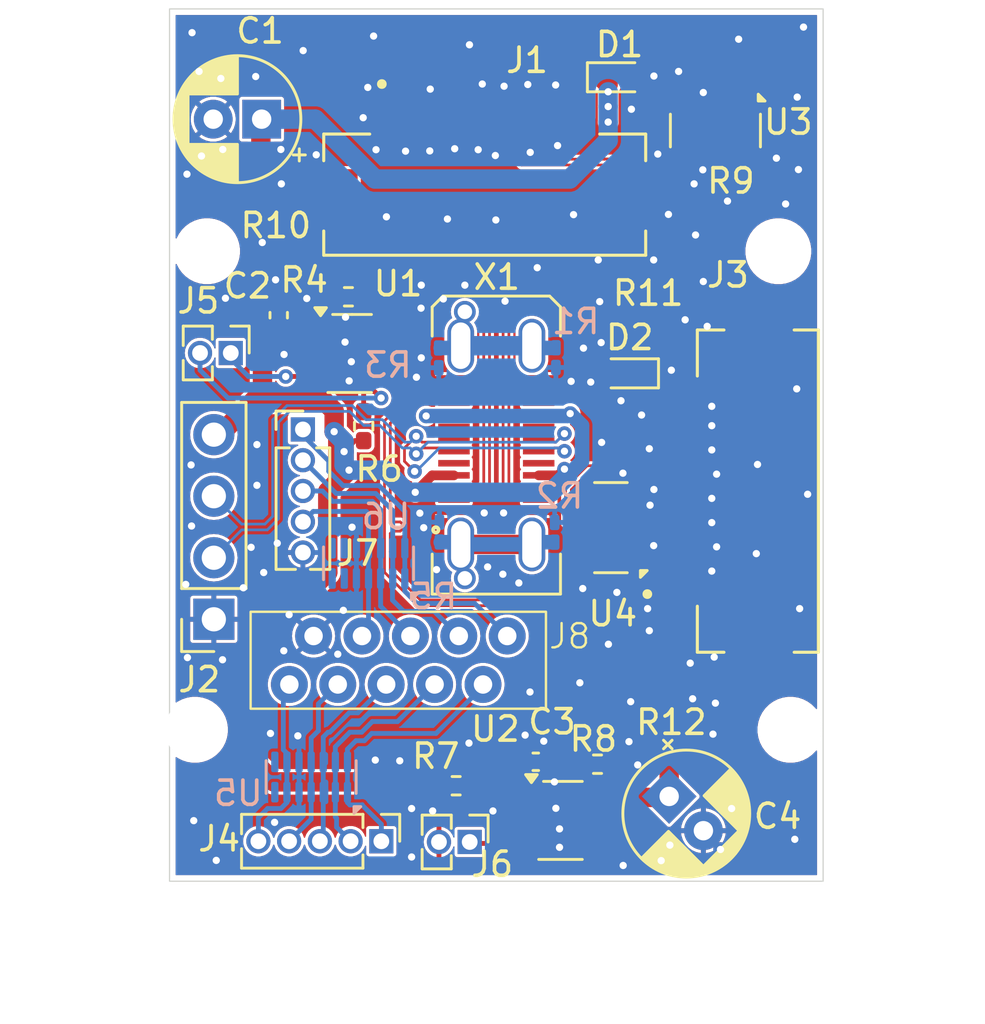
<source format=kicad_pcb>
(kicad_pcb (version 20240108) (generator "pcbnew") (generator_version "8.0")
  (layers (0 "F.Cu" signal) (1 "In1.Cu" signal) (2 "In2.Cu" signal) (31 "B.Cu" signal) (34 "B.Paste" user) (35 "F.Paste" user) (36 "B.SilkS" user "B.Silkscreen") (37 "F.SilkS" user "F.Silkscreen") (38 "B.Mask" user) (39 "F.Mask" user) (44 "Edge.Cuts" user))
  (net 0 "")
  (net 1 "VOUT1")
  (net 2 "GND")
  (net 3 "VBUS")
  (net 4 "VOUT2")
  (net 5 "RX1-")
  (net 6 "RX1+")
  (net 7 "TX1+")
  (net 8 "D+")
  (net 9 "TX1-")
  (net 10 "D-")
  (net 11 "nFLT1")
  (net 12 "EN1")
  (net 13 "EN2")
  (net 14 "nFLT2")
  (net 15 "2_D-")
  (net 16 "TX2+")
  (net 17 "2_D+")
  (net 18 "RX2+")
  (net 19 "RX2-")
  (net 20 "TX2-")
  (net 21 "Shield")
  (net 22 "Net-(U1-ILIM)")
  (net 23 "Net-(U2-ILIM)")
  (net 28 "K5")
  (net 29 "K3")
  (net 30 "K1")
  (net 31 "K9")
  (net 32 "K7")
  (net 33 "K6")
  (net 34 "K8")
  (net 35 "K2")
  (net 36 "K4")
  (net 41 "1_D+")
  (net 42 "1_D-")
  (net 45 "Net-(J1-PadS1)")
  (net 46 "Net-(J1-PadS2)")
  (net 47 "Net-(J3-PadS1)")
  (net 48 "Net-(J3-PadS2)")
  (footprint "Connector_PinHeader_1.27mm:PinHeader_1x05_P1.27mm_Vertical" (layer "F.Cu") (at 8.75 34.35 -90)
    (property "Reference" "J4")
    (property "Value" "Conn_01x05")
  )
  (footprint "MountingHole:MountingHole_2.5mm" (layer "F.Cu") (at 1.05 29.75)
    (property "Reference" "REF**" (hide yes))
    (property "Value" "MountingHole_2.5mm")
  )
  (footprint "myLib8:DFN-14_1.35x3.5mm_P0.5mm" (layer "F.Cu") (at 22.55 5.02 -90)
    (property "Reference" "U3")
    (property "Value" "SP3012-06UTG" (hide yes))
  )
  (footprint "MountingHole:MountingHole_2.5mm" (layer "F.Cu") (at 25.65 29.75)
    (property "Reference" "REF**" (hide yes))
    (property "Value" "MountingHole_2.5mm")
  )
  (footprint "Resistor_SMD:R_0402_1005Metric_Pad0.72x0.64mm_HandSolder" (layer "F.Cu") (at 8.02 17.22 -90)
    (property "Reference" "R6")
    (property "Value" "100k")
  )
  (footprint "Connector_USB:USB_C_Receptacle_JAE_DX07S024WJ3R400" (layer "F.Cu") (at 13.5 18 90)
    (property "Reference" "X1")
    (property "Value" "USB_C_24pins" (hide yes))
  )
  (footprint "Package_TO_SOT_SMD:SOT-23-6_Handsoldering" (layer "F.Cu") (at 16.15 33.49)
    (property "Reference" "U2")
    (property "Value" "~")
  )
  (footprint "Diode_SMD:D_SOD-523" (layer "F.Cu") (at 18.5225 2.82)
    (property "Reference" "D1")
    (property "Value" "D_TVS")
  )
  (footprint "Resistor_SMD:R_0201_0603Metric_Pad0.64x0.40mm_HandSolder" (layer "F.Cu") (at 5.26 7.23 90)
    (property "Reference" "R10")
    (property "Value" "0")
  )
  (footprint "Resistor_SMD:R_0402_1005Metric_Pad0.72x0.64mm_HandSolder" (layer "F.Cu") (at 17.68 31.17)
    (property "Reference" "R8")
    (property "Value" "R")
  )
  (footprint "myLib8:DFN-14_1.35x3.5mm_P0.5mm" (layer "F.Cu") (at 18.2325 21.4075 180)
    (property "Reference" "U4")
    (property "Value" "SP3012-06UTG" (hide yes))
  )
  (footprint "myLib8:DS1020-04-10BVT1" (layer "F.Cu") (at 13.95 25.88 180)
    (property "Reference" "J8")
    (property "Value" "Conn_02x05_Odd_Even")
  )
  (footprint "Connector_PinSocket_2.54mm:PinSocket_1x04_P2.54mm_Vertical" (layer "F.Cu") (at 1.83 25.19 180)
    (property "Reference" "J2")
    (property "Value" "Conn_01x04_Socket")
  )
  (footprint "Connector_PinHeader_1.27mm:PinHeader_1x02_P1.27mm_Vertical" (layer "F.Cu") (at 12.4 34.38 -90)
    (property "Reference" "J6")
    (property "Value" "Conn_01x02_Socket")
  )
  (footprint "Resistor_SMD:R_0201_0603Metric_Pad0.64x0.40mm_HandSolder" (layer "F.Cu") (at 20.88 7.32 90)
    (property "Reference" "R9")
    (property "Value" "0")
  )
  (footprint "Capacitor_THT:CP_Radial_D5.0mm_P2.00mm" (layer "F.Cu") (at 20.64 32.5 -45)
    (property "Reference" "C4")
    (property "Value" "120 uF")
  )
  (footprint "Connector_PinHeader_1.27mm:PinHeader_1x02_P1.27mm_Vertical" (layer "F.Cu") (at 2.53 14.2 -90)
    (property "Reference" "J5")
    (property "Value" "Conn_01x02_Socket")
  )
  (footprint "my8lib:HRS_TF31-18S-0.5SH_800_" (layer "F.Cu") (at 24.303805 19.9 -90)
    (property "Reference" "J3")
    (property "Value" "TF31-18S-0.5SH_800_")
  )
  (footprint "MountingHole:MountingHole_2.5mm" (layer "F.Cu") (at 1.55 10)
    (property "Reference" "REF**" (hide yes))
    (property "Value" "MountingHole_2.5mm")
  )
  (footprint "MountingHole:MountingHole_2.5mm" (layer "F.Cu") (at 25.15 10)
    (property "Reference" "REF**" (hide yes))
    (property "Value" "MountingHole_2.5mm")
  )
  (footprint "Resistor_SMD:R_0201_0603Metric_Pad0.64x0.40mm_HandSolder" (layer "F.Cu") (at 22.44 27.75 180)
    (property "Reference" "R12")
    (property "Value" "0")
  )
  (footprint "Capacitor_SMD:C_0402_1005Metric_Pad0.74x0.62mm_HandSolder" (layer "F.Cu") (at 15.13 31.07)
    (property "Reference" "C3")
    (property "Value" "0.1")
  )
  (footprint "my8lib:HRS_TF31-18S-0.5SH_800_" (layer "F.Cu") (at 13.02 7.665 180)
    (property "Reference" "J1")
    (property "Value" "TF31-18S-0.5SH_800_")
  )
  (footprint "Resistor_SMD:R_0402_1005Metric_Pad0.72x0.64mm_HandSolder" (layer "F.Cu") (at 11.84 32.06 180)
    (property "Reference" "R7")
    (property "Value" "100k")
  )
  (footprint "Package_TO_SOT_SMD:SOT-23-6_Handsoldering" (layer "F.Cu") (at 7.44 14.22)
    (property "Reference" "U1")
    (property "Value" "~")
  )
  (footprint "Connector_PinHeader_1.27mm:PinHeader_1x05_P1.27mm_Vertical" (layer "F.Cu") (at 5.51 17.355)
    (property "Reference" "J7")
    (property "Value" "Conn_01x05")
  )
  (footprint "Resistor_SMD:R_0201_0603Metric_Pad0.64x0.40mm_HandSolder" (layer "F.Cu") (at 22.01 12.04 180)
    (property "Reference" "R11")
    (property "Value" "0")
  )
  (footprint "Capacitor_THT:CP_Radial_D5.0mm_P2.00mm" (layer "F.Cu") (at 3.805113 4.55 180)
    (property "Reference" "C1")
    (property "Value" "120 uF")
  )
  (footprint "Capacitor_SMD:C_0402_1005Metric_Pad0.74x0.62mm_HandSolder" (layer "F.Cu") (at 4.51 12.64 90)
    (property "Reference" "C2")
    (property "Value" "0.1")
  )
  (footprint "Resistor_SMD:R_0402_1005Metric_Pad0.72x0.64mm_HandSolder" (layer "F.Cu") (at 7.39 11.88 180)
    (property "Reference" "R4")
    (property "Value" "R")
  )
  (footprint "Diode_SMD:D_SOD-523" (layer "F.Cu") (at 18.94 15.04 180)
    (property "Reference" "D2")
    (property "Value" "D_TVS")
  )
  (footprint "Resistor_SMD:R_0201_0603Metric_Pad0.64x0.40mm_HandSolder" (layer "B.Cu") (at 15.91 21.6 90)
    (property "Reference" "R2")
    (property "Value" "0")
  )
  (footprint "myLib8:DFN-14_1.35x3.5mm_P0.5mm" (layer "B.Cu") (at 5.85 31.7 90)
    (property "Reference" "U5")
    (property "Value" "SP3012-06UTG")
  )
  (footprint "Resistor_SMD:R_0201_0603Metric_Pad0.64x0.40mm_HandSolder" (layer "B.Cu") (at 15.96 14.39 -90)
    (property "Reference" "R1")
    (property "Value" "0")
  )
  (footprint "Resistor_SMD:R_0201_0603Metric_Pad0.64x0.40mm_HandSolder" (layer "B.Cu") (at 11.12 14.4 -90)
    (property "Reference" "R3")
    (property "Value" "0")
  )
  (footprint "myLib8:DFN-14_1.35x3.5mm_P0.5mm" (layer "B.Cu") (at 8.22 22.88 90)
    (property "Reference" "U6")
    (property "Value" "SP3012-06UTG")
  )
  (footprint "Resistor_SMD:R_0201_0603Metric_Pad0.64x0.40mm_HandSolder" (layer "B.Cu") (at 11.15 21.59 90)
    (property "Reference" "R5")
    (property "Value" "0")
  )
  (gr_rect (start 0 0) (end 27 36) (stroke (width 0.05)) (fill none) (layer "Edge.Cuts"))
  (segment (start 3.773 8.023) (end 3.773 4.582113) (width 0.8) (layer "F.Cu") (net 1))
  (segment (start 17.83 2.82) (end 18.07 3.06) (width 0.6) (layer "F.Cu") (net 1))
  (segment (start 3.773 4.582113) (end 3.805113 4.55) (width 0.8) (layer "F.Cu") (net 1))
  (segment (start 18.12 4.67) (end 18.12 4.68) (width 0.6) (layer "F.Cu") (net 1))
  (segment (start 9.19 12.87) (end 9.19 10.46) (width 0.8) (layer "F.Cu") (net 1))
  (segment (start 16.77 4.465) (end 16.77 2.93) (width 0.4) (layer "F.Cu") (net 1))
  (segment (start 17.83 2.82) (end 18.12 3.11) (width 0.8) (layer "F.Cu") (net 1))
  (segment (start 9.19 10.46) (end 6.21 10.46) (width 0.8) (layer "F.Cu") (net 1))
  (segment (start 18.12 3.42) (end 18.12 4.03) (width 0.6) (layer "F.Cu") (net 1))
  (segment (start 17.27 4.465) (end 17.27 2.98) (width 0.4) (layer "F.Cu") (net 1))
  (segment (start 18.12 4.03) (end 18.12 4.67) (width 0.6) (layer "F.Cu") (net 1))
  (segment (start 17.45 2.8) (end 16.9 2.8) (width 0.8) (layer "F.Cu") (net 1))
  (segment (start 18.12 3.11) (end 18.12 3.42) (width 0.6) (layer "F.Cu") (net 1))
  (segment (start 6.21 10.46) (end 3.773 8.023) (width 0.8) (layer "F.Cu") (net 1))
  (segment (start 17.27 2.98) (end 17.45 2.8) (width 0.4) (layer "F.Cu") (net 1))
  (segment (start 17.8225 2.82) (end 17.83 2.82) (width 0.6) (layer "F.Cu") (net 1))
  (segment (start 8.79 13.27) (end 9.19 12.87) (width 0.8) (layer "F.Cu") (net 1))
  (segment (start 16.77 2.93) (end 16.9 2.8) (width 0.4) (layer "F.Cu") (net 1))
  (via (at 18.12 3.42) (size 0.6) (drill 0.3) (layers "F.Cu" "B.Cu") (net 1))
  (via (at 18.12 4.03) (size 0.6) (drill 0.3) (layers "F.Cu" "B.Cu") (net 1))
  (via (at 18.12 4.67) (size 0.6) (drill 0.3) (layers "F.Cu" "B.Cu") (net 1))
  (segment (start 8.49 7.02) (end 6.02 4.55) (width 0.8) (layer "B.Cu") (net 1))
  (segment (start 6.02 4.55) (end 3.805113 4.55) (width 0.8) (layer "B.Cu") (net 1))
  (segment (start 16.53 7.02) (end 8.49 7.02) (width 0.8) (layer "B.Cu") (net 1))
  (segment (start 18.12 3.42) (end 18.12 4.03) (width 0.8) (layer "B.Cu") (net 1))
  (segment (start 18.12 5.43) (end 16.53 7.02) (width 0.8) (layer "B.Cu") (net 1))
  (segment (start 18.12 4.03) (end 18.12 4.67) (width 0.8) (layer "B.Cu") (net 1))
  (segment (start 18.12 4.67) (end 18.12 5.43) (width 0.8) (layer "B.Cu") (net 1))
  (segment (start 15.25 20.75) (end 15.71 20.75) (width 0.25) (layer "F.Cu") (net 2))
  (segment (start 15.8225 20.8625) (end 15.8225 21.16) (width 0.25) (layer "F.Cu") (net 2))
  (segment (start 15.71 20.75) (end 15.8225 20.8625) (width 0.25) (layer "F.Cu") (net 2))
  (segment (start 15.71 20.75) (end 15.79 20.83) (width 0.25) (layer "F.Cu") (net 2))
  (via (at 20.73 14.91) (size 0.6) (drill 0.3) (layers "F.Cu" "B.Cu") (net 2))
  (via (at 20.17 5.99) (size 0.6) (drill 0.3) (layers "F.Cu" "B.Cu") (net 2))
  (via (at 13.77 23.33) (size 0.6) (drill 0.3) (layers "F.Cu" "B.Cu") (net 2))
  (via (at 22.6 19.2) (size 0.6) (drill 0.3) (layers "F.Cu" "B.Cu") (net 2))
  (via (at 7.18 24.82) (size 0.6) (drill 0.3) (layers "F.Cu" "B.Cu") (net 2))
  (via (at 17.83 13.77) (size 0.6) (drill 0.3) (layers "F.Cu" "B.Cu") (net 2))
  (via (at 16.69 8.49) (size 0.6) (drill 0.3) (layers "F.Cu" "B.Cu") (net 2))
  (via (at 4.6 5.8) (size 0.6) (drill 0.3) (layers "F.Cu" "B.Cu") (net 2))
  (via (at 4.62 7.22) (size 0.6) (drill 0.3) (layers "F.Cu" "B.Cu") (net 2))
  (via (at 20.009988 19.833079) (size 0.6) (drill 0.3) (layers "F.Cu" "B.Cu") (net 2))
  (via (at 23.51 1.25) (size 0.6) (drill 0.3) (layers "F.Cu" "B.Cu") (net 2))
  (via (at 9.75 5.87) (size 0.6) (drill 0.3) (layers "F.Cu" "B.Cu") (net 2))
  (via (at 8 4.49) (size 0.6) (drill 0.3) (layers "F.Cu" "B.Cu") (net 2))
  (via (at 24.24 22.48) (size 0.6) (drill 0.3) (layers "F.Cu" "B.Cu") (net 2))
  (via (at 12.92 3.1) (size 0.6) (drill 0.3) (layers "F.Cu" "B.Cu") (net 2))
  (via (at 1.93 35.14) (size 0.6) (drill 0.3) (layers "F.Cu" "B.Cu") (net 2))
  (via (at 22.4 16.4) (size 0.6) (drill 0.3) (layers "F.Cu" "B.Cu") (net 2))
  (via (at 20 10.36) (size 0.6) (drill 0.3) (layers "F.Cu" "B.Cu") (net 2))
  (via (at 25.83 34.27) (size 0.6) (drill 0.3) (layers "F.Cu" "B.Cu") (net 2))
  (via (at 10.87 33.1) (size 0.6) (drill 0.3) (layers "F.Cu" "B.Cu") (net 2))
  (via (at 3.05 23.89) (size 0.6) (drill 0.3) (layers "F.Cu" "B.Cu") (net 2))
  (via (at 25.93 3.64) (size 0.6) (drill 0.3) (layers "F.Cu" "B.Cu") (net 2))
  (via (at 4.34 33.57) (size 0.6) (drill 0.3) (layers "F.Cu" "B.Cu") (net 2))
  (via (at 4.38 11.18) (size 0.6) (drill 0.3) (layers "F.Cu" "B.Cu") (net 2))
  (via (at 8.96 8.58) (size 0.6) (drill 0.3) (layers "F.Cu" "B.Cu") (net 2))
  (via (at 8.19 3.24) (size 0.6) (drill 0.3) (layers "F.Cu" "B.Cu") (net 2))
  (via (at 21.73 9.33) (size 0.6) (drill 0.3) (layers "F.Cu" "B.Cu") (net 2))
  (via (at 20 22.15) (size 0.6) (drill 0.3) (layers "F.Cu" "B.Cu") (net 2))
  (via (at 10.75 5.86) (size 0.6) (drill 0.3) (layers "F.Cu" "B.Cu") (net 2))
  (via (at 22.03 6.64) (size 0.6) (drill 0.3) (layers "F.Cu" "B.Cu") (net 2))
  (via (at 0.67 23.75) (size 0.6) (drill 0.3) (layers "F.Cu" "B.Cu") (net 2))
  (via (at 26.03 24.75) (size 0.6) (drill 0.3) (layers "F.Cu" "B.Cu") (net 2))
  (via (at 21.51 27) (size 0.6) (drill 0.3) (layers "F.Cu" "B.Cu") (net 2))
  (via (at 15.9 31.9) (size 0.6) (drill 0.3) (layers "F.Cu" "B.Cu") (net 2))
  (via (at 0.91 21.34) (size 0.6) (drill 0.3) (layers "F.Cu" "B.Cu") (net 2))
  (via (at 3.83 9.64) (size 0.6) (drill 0.3) (layers "F.Cu" "B.Cu") (net 2))
  (via (at 2.2 5.8) (size 0.6) (drill 0.3) (layers "F.Cu" "B.Cu") (net 2))
  (via (at 3.89 23.26) (size 0.6) (drill 0.3) (layers "F.Cu" "B.Cu") (net 2))
  (via (at 10.77 3.31) (size 0.6) (drill 0.3) (layers "F.Cu" "B.Cu") (net 2))
  (via (at 22.76 34.69) (size 0.6) (drill 0.3) (layers "F.Cu" "B.Cu") (net 2))
  (via (at 2.31 11.94) (size 0.6) (drill 0.3) (layers "F.Cu" "B.Cu") (net 2))
  (via (at 15.95 3.14) (size 0.6) (drill 0.3) (layers "F.Cu" "B.Cu") (net 2))
  (via (at 18.65 16.17) (size 0.6) (drill 0.3) (layers "F.Cu" "B.Cu") (net 2))
  (via (at 16.11 34.6) (size 0.6) (drill 0.3) (layers "F.Cu" "B.Cu") (net 2))
  (via (at 19.85 20.48) (size 0.6) (drill 0.3) (layers "F.Cu" "B.Cu") (net 2))
  (via (at 17.1 14) (size 0.6) (drill 0.3) (layers "F.Cu" "B.Cu") (net 2))
  (via (at 25.07 6.16) (size 0.6) (drill 0.3) (layers "F.Cu" "B.Cu") (net 2))
  (via (at 1.32 6.07) (size 0.6) (drill 0.3) (layers "F.Cu" "B.Cu") (net 2))
  (via (at 19.34 31.2) (size 0.6) (drill 0.3) (layers "F.Cu" "B.Cu") (net 2))
  (via (at 13.14 23.03) (size 0.6) (drill 0.3) (layers "F.Cu" "B.Cu") (net 2))
  (via (at 4.45 22.05) (size 0.6) (drill 0.3) (layers "F.Cu" "B.Cu") (net 2))
  (via (at 13.82 3.19) (size 0.6) (drill 0.3) (layers "F.Cu" "B.Cu") (net 2))
  (via (at 12.75 5.81) (size 0.6) (drill 0.3) (layers "F.Cu" "B.Cu") (net 2))
  (via (at 3.61 17.98) (size 0.6) (drill 0.3) (layers "F.Cu" "B.Cu") (net 2))
  (via (at 17.77 12.08) (size 0.6) (drill 0.3) (layers "F.Cu" "B.Cu") (net 2))
  (via (at 15.19 10.68) (size 0.6) (drill 0.3) (layers "F.Cu" "B.Cu") (net 2))
  (via (at 13.8 20.8) (size 0.6) (drill 0.3) (layers "F.Cu" "B.Cu") (net 2))
  (via (at 0.93 0.98) (size 0.6) (drill 0.3) (layers "F.Cu" "B.Cu") (net 2))
  (via (at 19.08 4.14) (size 0.6) (drill 0.3) (layers "F.Cu" "B.Cu") (net 2))
  (via (at 21.61 28.47) (size 0.6) (drill 0.3) (layers "F.Cu" "B.Cu") (net 2))
  (via (at 25.91 15.68) (size 0.6) (drill 0.3) (layers "F.Cu" "B.Cu") (net 2))
  (via (at 9.51 31.03) (size 0.6) (drill 0.3) (layers "F.Cu" "B.Cu") (net 2))
  (via (at 21.3 12.83) (size 0.6) (drill 0.3) (layers "F.Cu" "B.Cu") (net 2))
  (via (at 13.36 33.1) (size 0.6) (drill 0.3) (layers "F.Cu" "B.Cu") (net 2))
  (via (at 22.4 20.2) (size 0.6) (drill 0.3) (layers "F.Cu" "B.Cu") (net 2))
  (via (at 4.17 29.9) (size 0.6) (drill 0.3) (layers "F.Cu" "B.Cu") (net 2))
  (via (at 1.22 2.58) (size 0.6) (drill 0.3) (layers "F.Cu" "B.Cu") (net 2))
  (via (at 24.29 18.8) (size 0.6) (drill 0.3) (layers "F.Cu" "B.Cu") (net 2))
  (via (at 12.2 11.4) (size 0.6) (drill 0.3) (layers "F.Cu" "B.Cu") (net 2))
  (via (at 22.55 28.65) (size 0.6) (drill 0.3) (layers "F.Cu" "B.Cu") (net 2))
  (via (at 8.5 31) (size 0.6) (drill 0.3) (layers "F.Cu" "B.Cu") (net 2))
  (via (at 14.69 29.97) (size 0.6) (drill 0.3) (layers "F.Cu" "B.Cu") (net 2))
  (via (at 8.43 1.12) (size 0.6) (drill 0.3) (layers "F.Cu" "B.Cu") (net 2))
  (via (at 20.01 2.77) (size 0.6) (drill 0.3) (layers "F.Cu" "B.Cu") (net 2))
  (via (at 6.95 26.63) (size 0.6) (drill 0.3) (layers "F.Cu" "B.Cu") (net 2))
  (via (at 20.31 35.15) (size 0.6) (drill 0.3) (layers "F.Cu" "B.Cu") (net 2))
  (via (at 12.39 1.48) (size 0.6) (drill 0.3) (layers "F.Cu" "B.Cu") (net 2))
  (via (at 10.4 11.4) (size 0.6) (drill 0.3) (layers "F.Cu" "B.Cu") (net 2))
  (via (at 5.67 11.95) (size 0.6) (drill 0.3) (layers "F.Cu" "B.Cu") (net 2))
  (via (at 22.4 23.2) (size 0.6) (drill 0.3) (layers "F.Cu" "B.Cu") (net 2))
  (via (at 4.72 26.49) (size 0.6) (drill 0.3) (layers "F.Cu" "B.Cu") (net 2))
  (via (at 23.22 33) (size 0.6) (drill 0.3) (layers "F.Cu" "B.Cu") (net 2))
  (via (at 25.45 8.05) (size 0.6) (drill 0.3) (layers "F.Cu" "B.Cu") (net 2))
  (via (at 18.98 30.24) (size 0.6) (drill 0.3) (layers "F.Cu" "B.Cu") (net 2))
  (via (at 22.45 29.93) (size 0.6) (drill 0.3) (layers "F.Cu" "B.Cu") (net 2))
  (via (at 18.48 24.08) (size 0.6) (drill 0.3) (layers "F.Cu" "B.Cu") (net 2))
  (via (at 6.06 6.02) (size 0.6) (drill 0.3) (layers "F.Cu" "B.Cu") (net 2))
  (via (at 25.98 6.63) (size 0.6) (drill 0.3) (layers "F.Cu" "B.Cu") (net 2))
  (via (at 0.72 6.82) (size 0.6) (drill 0.3) (layers "F.Cu" "B.Cu") (net 2))
  (via (at 12.37 30.3) (size 0.6) (drill 0.3) (layers "F.Cu" "B.Cu") (net 2))
  (via (at 16.11 33.84) (size 0.6) (drill 0.3) (layers "F.Cu" "B.Cu") (net 2))
  (via (at 16.59 15.37) (size 0.6) (drill 0.3) (layers "F.Cu" "B.Cu") (net 2))
  (via (at 13 20.8) (size 0.6) (drill 0.3) (layers "F.Cu" "B.Cu") (net 2))
  (via (at 10.39 12.35) (size 0.6) (drill 0.3) (layers "F.Cu" "B.Cu") (net 2))
  (via (at 10 35) (size 0.6) (drill 0.3) (layers "F.Cu" "B.Cu") (net 2))
  (via (at 11.31 11.97) (size 0.6) (drill 0.3) (layers "F.Cu" "B.Cu") (net 2))
  (via (at 10.34 20.81) (size 0.6) (drill 0.3) (layers "F.Cu" "B.Cu") (net 2))
  (via (at 10.2 15.2) (size 0.6) (drill 0.3) (layers "F.Cu" "B.Cu") (net 2))
  (via (at 0.89 18.82) (size 0.6) (drill 0.3) (layers "F.Cu" "B.Cu") (net 2))
  (via (at 10.5 21.41) (size 0.6) (drill 0.3) (layers "F.Cu" "B.Cu") (net 2))
  (via (at 22.4 18.2) (size 0.6) (drill 0.3) (layers "F.Cu" "B.Cu") (net 2))
  (via (at 22.6 22.2) (size 0.6) (drill 0.3) (layers "F.Cu" "B.Cu") (net 2))
  (via (at 14.8 3.12) (size 0.6) (drill 0.3) (layers "F.Cu" "B.Cu") (net 2))
  (via (at 3.61 19.66) (size 0.6) (drill 0.3) (layers "F.Cu" "B.Cu") (net 2))
  (via (at 13.86 12.06) (size 0.6) (drill 0.3) (layers "F.Cu" "B.Cu") (net 2))
  (via (at 7.51 14.56) (size 0.6) (drill 0.3) (layers "F.Cu" "B.Cu") (net 2))
  (via (at 17.71 10.36) (size 0.6) (drill 0.3) (layers "F.Cu" "B.Cu") (net 2))
  (via (at 4.73 14.26) (size 0.6) (drill 0.3) (layers "F.Cu" "B.Cu") (net 2))
  (via (at 5.52 1.72) (size 0.6) (drill 0.3) (layers "F.Cu" "B.Cu") (net 2))
  (via (at 17.85 17.89) (size 0.6) (drill 0.3) (layers "F.Cu" "B.Cu") (net 2))
  (via (at 15.96 32.99) (size 0.6) (drill 0.3) (layers "F.Cu" "B.Cu") (net 2))
  (via (at 7.42 15.35) (size 0.6) (drill 0.3) (layers "F.Cu" "B.Cu") (net 2))
  (via (at 4.94 25) (size 0.6) (drill 0.3) (layers "F.Cu" "B.Cu") (net 2))
  (via (at 13.46 6.05) (size 0.6) (drill 0.3) (layers "F.Cu" "B.Cu") (net 2))
  (via (at 19.75 24.75) (size 0.6) (drill 0.3) (layers "F.Cu" "B.Cu") (net 2))
  (via (at 22.05 11.25) (size 0.6) (drill 0.3) (layers "F.Cu" "B.Cu") (net 2))
  (via (at 8.53 5.81) (size 0.6) (drill 0.3) (layers "F.Cu" "B.Cu") (net 2))
  (via (at 23.05 7.93) (size 0.6) (drill 0.3) (layers "F.Cu" "B.Cu") (net 2))
  (via (at 14.43 23.69) (size 0.6) (drill 0.3) (layers "F.Cu" "B.Cu") (net 2))
  (via (at 22.4 17.2) (size 0.6) (drill 0.3) (layers "F.Cu" "B.Cu") (net 2))
  (via (at 3.37 22.22) (size 0.6) (drill 0.3) (layers "F.Cu" "B.Cu") (net 2))
  (via (at 7.27 12.72) (size 0.6) (drill 0.3) (layers "F.Cu" "B.Cu") (net 2))
  (via (at 5.3 30) (size 0.6) (drill 0.3) (layers "F.Cu" "B.Cu") (net 2))
  (via (at 11.03 23.14) (size 0.6) (drill 0.3) (layers "F.Cu" "B.Cu") (net 2))
  (via (at 7.25 13.75) (size 0.6) (drill 0.3) (layers "F.Cu" "B.Cu") (net 2))
  (via (at 10.4 14.4) (size 0.6) (drill 0.3) (layers "F.Cu" "B.Cu") (net 2))
  (via (at 18.73 19.16) (size 0.6) (drill 0.3) (layers "F.Cu" "B.Cu") (net 2))
  (via (at 26.36 20.03) (size 0.6) (drill 0.3) (layers "F.Cu" "B.Cu") (net 2))
  (via (at 15.46 30.22) (size 0.6) (drill 0.3) (layers "F.Cu" "B.Cu") (net 2))
  (via (at 22.21 13.1) (size 0.6) (drill 0.3) (layers "F.Cu" "B.Cu") (net 2))
  (via (at 18.74 35.35) (size 0.6) (drill 0.3) (layers "F.Cu" "B.Cu") (net 2))
  (via (at 16.95 27.81) (size 0.6) (drill 0.3) (layers "F.Cu" "B.Cu") (net 2))
  (via (at 14.9 5.92) (size 0.6) (drill 0.3) (layers "F.Cu" "B.Cu") (net 2))
  (via (at 21.67 7.22) (size 0.6) (drill 0.3) (layers "F.Cu" "B.Cu") (net 2))
  (via (at 19.5 16.76) (size 0.6) (drill 0.3) (layers "F.Cu" "B.Cu") (net 2))
  (via (at 3.56 2.79) (size 0.6) (drill 0.3) (layers "F.Cu" "B.Cu") (net 2))
  (via (at 16.03 5.64) (size 0.6) (drill 0.3) (layers "F.Cu" "B.Cu") (net 2))
  (via (at 21.03 2.58) (size 0.6) (drill 0.3) (layers "F.Cu" "B.Cu") (net 2))
  (via (at 18.13 26.22) (size 0.6) (drill 0.3) (layers "F.Cu" "B.Cu") (net 2))
  (via (at 0.74 26.77) (size 0.6) (drill 0.3) (layers "F.Cu" "B.Cu") (net 2))
  (via (at 17.07 23.92) (size 0.6) (drill 0.3) (layers "F.Cu" "B.Cu") (net 2))
  (via (at 14.89 28.19) (size 0.6) (drill 0.3) (layers "F.Cu" "B.Cu") (net 2))
  (via (at 19.05 28.59) (size 0.6) (drill 0.3) (layers "F.Cu" "B.Cu") (net 2))
  (via (at 2.19 26.86) (size 0.6) (drill 0.3) (layers "F.Cu" "B.Cu") (net 2))
  (via (at 2.12 2.87) (size 0.6) (drill 0.3) (layers "F.Cu" "B.Cu") (net 2))
  (via (at 26.19 0.75) (size 0.6) (drill 0.3) (layers "F.Cu" "B.Cu") (net 2))
  (via (at 20.67 34.51) (size 0.6) (drill 0.3) (layers "F.Cu" "B.Cu") (net 2))
  (via (at 22.05 3.45) (size 0.6) (drill 0.3) (layers "F.Cu" "B.Cu") (net 2))
  (via (at 20.61 8.48) (size 0.6) (drill 0.3) (layers "F.Cu" "B.Cu") (net 2))
  (via (at 22.5 26.75) (size 0.6) (drill 0.3) (layers "F.Cu" "B.Cu") (net 2))
  (via (at 10 33) (size 0.6) (drill 0.3) (layers "F.Cu" "B.Cu") (net 2))
  (via (at 11.78 5.77) (size 0.6) (drill 0.3) (layers "F.Cu" "B.Cu") (net 2))
  (via (at 17.4 15.4) (size 0.6) (drill 0.3) (layers "F.Cu" "B.Cu") (net 2))
  (via (at 11.48 8.67) (size 0.6) (drill 0.3) (layers "F.Cu" "B.Cu") (net 2))
  (via (at 13.48 8.71) (size 0.6) (drill 0.3) (layers "F.Cu" "B.Cu") (net 2))
  (via (at 1 33.5) (size 0.6) (drill 0.3) (layers "F.Cu" "B.Cu") (net 2))
  (via (at 19.82 18.15) (size 0.6) (drill 0.3) (layers "F.Cu" "B.Cu") (net 2))
  (via (at 7.54 21.39) (size 0.6) (drill 0.3) (layers "F.Cu" "B.Cu") (net 2))
  (via (at 19.82 25.66) (size 0.6) (drill 0.3) (layers "F.Cu" "B.Cu") (net 2))
  (via (at 22.4 21.2) (size 0.6) (drill 0.3) (layers "F.Cu" "B.Cu") (net 2))
  (segment (start 10.1 31.9) (end 10.8525 31.1475) (width 0.8) (layer "F.Cu") (net 3))
  (segment (start 4.3875 13.2) (end 5.64 13.2) (width 0.6) (layer "F.Cu") (net 3))
  (segment (start 4.31 31.9) (end 10.1 31.9) (width 0.8) (layer "F.Cu") (net 3))
  (segment (start 10.8525 31.1475) (end 13.4075 31.1475) (width 0.8) (layer "F.Cu") (net 3))
  (segment (start 10.848632 19.25) (end 11.750001 19.25) (width 0.4) (layer "F.Cu") (net 3))
  (segment (start 14.035 31.775) (end 14.8 32.54) (width 0.8) (layer "F.Cu") (net 3))
  (segment (start 6.8 16.591) (end 6.409 16.2) (width 0.8) (layer "F.Cu") (net 3))
  (segment (start 5.73 13.29) (end 5.76 13.32) (width 0.5) (layer "F.Cu") (net 3))
  (segment (start 3.84 15.799604) (end 2.352604 17.287) (width 0.8) (layer "F.Cu") (net 3))
  (segment (start 1.800001 17.870001) (end 1.8 17.870001) (width 0.112) (layer "F.Cu") (net 3))
  (segment (start 3.08 26.71) (end 3.08 30.67) (width 0.8) (layer "F.Cu") (net 3))
  (segment (start 3.84 13.7475) (end 3.84 15.799604) (width 0.8) (layer "F.Cu") (net 3))
  (segment (start 4.2975 13.29) (end 4.3875 13.2) (width 0.6) (layer "F.Cu") (net 3))
  (segment (start 3.75 26.04) (end 3.08 26.71) (width 0.8) (layer "F.Cu") (net 3))
  (segment (start 7.663054 17.8175) (end 8.02 17.8175) (width 0.2) (layer "F.Cu") (net 3))
  (segment (start 16.313481 18.991601) (end 16.055082 19.25) (width 0.4) (layer "F.Cu") (net 3))
  (segment (start 11.750001 16.75) (end 10.65 16.75) (width 0.4) (layer "F.Cu") (net 3))
  (segment (start 3.75 24.95) (end 3.75 26.04) (width 0.8) (layer "F.Cu") (net 3))
  (segment (start 5.78 24.01) (end 4.69 24.01) (width 0.8) (layer "F.Cu") (net 3))
  (segment (start 11.11 32.06) (end 10.7 31.65) (width 0.6) (layer "F.Cu") (net 3))
  (segment (start 7.210554 18.27) (end 6.95 18.530554) (width 0.8) (layer "F.Cu") (net 3))
  (segment (start 16.313481 18.991601) (end 16.258399 18.991601) (width 0.4) (layer "F.Cu") (net 3))
  (segment (start 4.69 24.01) (end 3.75 24.95) (width 0.8) (layer "F.Cu") (net 3))
  (segment (start 6.8 17.446926) (end 6.8 16.591) (width 0.8) (layer "F.Cu") (net 3))
  (segment (start 7.210554 18.27) (end 7.210554 18.830554) (width 0.8) (layer "F.Cu") (net 3))
  (segment (start 2.352604 17.287) (end 1.83 17.287) (width 0.8) (layer "F.Cu") (net 3))
  (segment (start 16.5 16.75) (end 15.249999 16.75) (width 0.4) (layer "F.Cu") (net 3))
  (segment (start 7.210554 18.27) (end 7.210554 17.85748) (width 0.8) (layer "F.Cu") (net 3))
  (segment (start 13.4075 31.1475) (end 14.035 31.775) (width 0.8) (layer "F.Cu") (net 3))
  (segment (start 6.537 19.913) (end 6.537 23.253) (width 0.8) (layer "F.Cu") (net 3))
  (segment (start 3.54 16.2) (end 3.489802 16.149802) (width 0.8) (layer "F.Cu") (net 3))
  (segment (start 7.210554 18.830554) (end 7.415 19.035) (width 0.8) (layer "F.Cu") (net 3))
  (segment (start 6.8 17.446926) (end 6.95 17.596926) (width 0.8) (layer "F.Cu") (net 3))
  (segment (start 11.2425 32.06) (end 11.11 32.06) (width 0.6) (layer "F.Cu") (net 3))
  (segment (start 14.5625 31.2475) (end 14.035 31.775) (width 0.4) (layer "F.Cu") (net 3))
  (segment (start 6.95 19.5) (end 6.95 18.95) (width 0.8) (layer "F.Cu") (net 3))
  (segment (start 7.415 19.035) (end 6.95 19.5) (width 0.8) (layer "F.Cu") (net 3))
  (segment (start 6.95 17.596926) (end 6.95 18.95) (width 0.8) (layer "F.Cu") (net 3))
  (segment (start 14.5625 31.07) (end 14.5625 31.2475) (width 0.4) (layer "F.Cu") (net 3))
  (segment (start 7.210554 17.85748) (end 6.8 17.446926) (width 0.8) (layer "F.Cu") (net 3))
  (segment (start 3.08 30.67) (end 4.31 31.9) (width 0.8) (layer "F.Cu") (net 3))
  (segment (start 6.537 23.253) (end 5.78 24.01) (width 0.8) (layer "F.Cu") (net 3))
  (segment (start 5.64 13.2) (end 5.73 13.29) (width 0.6) (layer "F.Cu") (net 3))
  (segment (start 10.15 19.948632) (end 10.848632 19.25) (width 0.4) (layer "F.Cu") (net 3))
  (segment (start 6.409 16.2) (end 3.54 16.2) (width 0.8) (layer "F.Cu") (net 3))
  (segment (start 16.055082 19.25) (end 15.249999 19.25) (width 0.4) (layer "F.Cu") (net 3))
  (segment (start 7.210554 18.27) (end 7.663054 17.8175) (width 0.2) (layer "F.Cu") (net 3))
  (segment (start 16.55 16.7) (end 16.5 16.75) (width 0.4) (layer "F.Cu") (net 3))
  (segment (start 4.2975 13.29) (end 3.84 13.7475) (width 0.8) (layer "F.Cu") (net 3))
  (segment (start 6.95 19.5) (end 6.537 19.913) (width 0.8) (layer "F.Cu") (net 3))
  (segment (start 10.65 16.75) (end 10.6 16.8) (width 0.4) (layer "F.Cu") (net 3))
  (segment (start 6.95 18.530554) (end 6.95 18.95) (width 0.8) (layer "F.Cu") (net 3))
  (via (at 16.313481 18.991601) (size 0.6) (drill 0.3) (layers "F.Cu" "B.Cu") (net 3))
  (via (at 6.8 17.446926) (size 0.6) (drill 0.3) (layers "F.Cu" "B.Cu") (net 3))
  (via (at 7.415 19.035) (size 0.6) (drill 0.3) (layers "F.Cu" "B.Cu") (net 3))
  (via (at 10.15 19.948632) (size 0.6) (drill 0.3) (layers "F.Cu" "B.Cu") (net 3))
  (via (at 10.6 16.8) (size 0.6) (drill 0.3) (layers "F.Cu" "B.Cu") (net 3))
  (via (at 16.55 16.7) (size 0.6) (drill 0.3) (layers "F.Cu" "B.Cu") (net 3))
  (via (at 7.210554 18.27) (size 0.6) (drill 0.3) (layers "F.Cu" "B.Cu") (net 3))
  (segment (start 1.800001 17.870001) (end 1.8 17.870001) (width 0.112) (layer "B.Cu") (net 3))
  (segment (start 8.905 19.035) (end 7.415 19.035) (width 0.8) (layer "B.Cu") (net 3))
  (segment (start 17.04192 17.19192) (end 16.55 16.7) (width 0.6) (layer "B.Cu") (net 3))
  (segment (start 15.757922 19.948632) (end 16.456554 19.25) (width 0.8) (layer "B.Cu") (net 3))
  (segment (start 10.6 16.8) (end 16.45 16.8) (width 0.6) (layer "B.Cu") (net 3))
  (segment (start 16.456554 19.25) (end 17.04192 18.664634) (width 0.6) (layer "B.Cu") (net 3))
  (segment (start 17.04192 18.664634) (end 17.04192 17.19192) (width 0.6) (layer "B.Cu") (net 3))
  (segment (start 9.297302 19.430173) (end 9.297302 19.427302) (width 0.8) (layer "B.Cu") (net 3))
  (segment (start 7.210554 18.27) (end 7.210554 17.85748) (width 0.8) (layer "B.Cu") (net 3))
  (segment (start 7.210554 18.27) (end 7.210554 18.830554) (width 0.8) (layer "B.Cu") (net 3))
  (segment (start 9.297302 19.427302) (end 8.905 19.035) (width 0.8) (layer "B.Cu") (net 3))
  (segment (start 10.15 19.948632) (end 15.757922 19.948632) (width 0.8) (layer "B.Cu") (net 3))
  (segment (start 10.15 19.948632) (end 9.815761 19.948632) (width 0.8) (layer "B.Cu") (net 3))
  (segment (start 7.210554 18.830554) (end 7.415 19.035) (width 0.8) (layer "B.Cu") (net 3))
  (segment (start 16.45 16.8) (end 16.55 16.7) (width 0.6) (layer "B.Cu") (net 3))
  (segment (start 9.815761 19.948632) (end 9.297302 19.430173) (width 0.8) (layer "B.Cu") (net 3))
  (segment (start 7.210554 17.85748) (end 6.8 17.446926) (width 0.8) (layer "B.Cu") (net 3))
  (segment (start 23.47 16) (end 21.37 13.9) (width 0.8) (layer "F.Cu") (net 4))
  (segment (start 21.103805 16.15) (end 20.3 16.15) (width 0.4) (layer "F.Cu") (net 4))
  (segment (start 21.6 25.2) (end 22.1 25.2) (width 0.8) (layer "F.Cu") (net 4))
  (segment (start 21.37 13.9) (end 20.25 13.9) (width 0.8) (layer "F.Cu") (net 4))
  (segment (start 19.8 15.65) (end 21.103805 15.65) (width 0.4) (layer "F.Cu") (net 4))
  (segment (start 22.1 25.2) (end 23.3 24) (width 0.8) (layer "F.Cu") (net 4))
  (segment (start 24.65 24) (end 25.4 23.25) (width 0.8) (layer "F.Cu") (net 4))
  (segment (start 23.3 24) (end 24.65 24) (width 0.8) (layer "F.Cu") (net 4))
  (segment (start 25.4 23.25) (end 25.4 17.5) (width 0.8) (layer "F.Cu") (net 4))
  (segment (start 20.64 32.5) (end 20.64 26.16) (width 0.8) (layer "F.Cu") (net 4))
  (segment (start 20.6 32.54) (end 20.64 32.5) (width 0.8) (layer "F.Cu") (net 4))
  (segment (start 20.3 16.15) (end 19.8 15.65) (width 0.4) (layer "F.Cu") (net 4))
  (segment (start 17.5 32.54) (end 20.6 32.54) (width 0.8) (layer "F.Cu") (net 4))
  (segment (start 19.65 14.5) (end 19.65 15.5) (width 0.8) (layer "F.Cu") (net 4))
  (segment (start 20.64 26.16) (end 21.6 25.2) (width 0.8) (layer "F.Cu") (net 4))
  (segment (start 23.9 16) (end 23.47 16) (width 0.8) (layer "F.Cu") (net 4))
  (segment (start 20.25 13.9) (end 19.65 14.5) (width 0.8) (layer "F.Cu") (net 4))
  (segment (start 25.4 17.5) (end 23.9 16) (width 0.8) (layer "F.Cu") (net 4))
  (segment (start 23.9195 5.5145) (end 24.05 5.645) (width 0.112) (layer "F.Cu") (net 5))
  (segment (start 15.3695 11.7995) (end 15.504203 11.7995) (width 0.112) (layer "F.Cu") (net 5))
  (segment (start 11.3905 0.7405) (end 21.5995 0.7405) (width 0.112) (layer "F.Cu") (net 5))
  (segment (start 23.9195 4.5255) (end 23.9195 5.5145) (width 0.112) (layer "F.Cu") (net 5))
  (segment (start 21.0795 11.0895) (end 23.9195 8.2495) (width 0.112) (layer "F.Cu") (net 5))
  (segment (start 15.857817 11.614299) (end 15.773609 11.530091) (width 0.112) (layer "F.Cu") (net 5))
  (segment (start 14.735 19.75) (end 14.6045 19.8805) (width 0.112) (layer "F.Cu") (net 5))
  (segment (start 16.0795 11.0895) (end 17.001194 11.0895) (width 0.112) (layer "F.Cu") (net 5))
  (segment (start 14.0195 13.1495) (end 15.3695 11.7995) (width 0.112) (layer "F.Cu") (net 5))
  (segment (start 23.9195 8.2495) (end 23.9195 6.413001) (width 0.112) (layer "F.Cu") (net 5))
  (segment (start 15.857817 11.749003) (end 15.857817 11.614299) (width 0.112) (layer "F.Cu") (net 5))
  (segment (start 15.723114 11.883707) (end 15.857817 11.749003) (width 0.112) (layer "F.Cu") (net 5))
  (segment (start 23.9195 6.413001) (end 24.05 6.282501) (width 0.112) (layer "F.Cu") (net 5))
  (segment (start 15.504203 11.7995) (end 15.58841 11.883707) (width 0.112) (layer "F.Cu") (net 5))
  (segment (start 14.0195 19.630019) (end 14.0195 13.1495) (width 0.112) (layer "F.Cu") (net 5))
  (segment (start 15.58841 11.883707) (end 15.723114 11.883707) (width 0.112) (layer "F.Cu") (net 5))
  (segment (start 24.05 6.282501) (end 24.05 5.645) (width 0.112) (layer "F.Cu") (net 5))
  (segment (start 9.6505 2.4805) (end 11.3905 0.7405) (width 0.112) (layer "F.Cu") (net 5))
  (segment (start 15.773609 11.530091) (end 15.773609 11.395387) (width 0.112) (layer "F.Cu") (net 5))
  (segment (start 23.9195 3.626999) (end 24.05 3.757499) (width 0.112) (layer "F.Cu") (net 5))
  (segment (start 14.6045 19.8805) (end 14.269981 19.8805) (width 0.112) (layer "F.Cu") (net 5))
  (segment (start 24.05 3.757499) (end 24.05 4.395) (width 0.112) (layer "F.Cu") (net 5))
  (segment (start 15.908315 11.260684) (end 16.0795 11.0895) (width 0.112) (layer "F.Cu") (net 5))
  (segment (start 17.001194 11.0895) (end 21.0795 11.0895) (width 0.112) (layer "F.Cu") (net 5))
  (segment (start 15.25 19.75) (end 14.735 19.75) (width 0.112) (layer "F.Cu") (net 5))
  (segment (start 9.27 4.465) (end 9.27 3.489999) (width 0.112) (layer "F.Cu") (net 5))
  (segment (start 21.5995 0.7405) (end 23.9195 3.0605) (width 0.112) (layer "F.Cu") (net 5))
  (segment (start 9.6505 3.109499) (end 9.6505 2.4805) (width 0.112) (layer "F.Cu") (net 5))
  (segment (start 23.9195 3.0605) (end 23.9195 3.626999) (width 0.112) (layer "F.Cu") (net 5))
  (segment (start 15.773609 11.395387) (end 15.908315 11.260684) (width 0.112) (layer "F.Cu") (net 5))
  (segment (start 24.05 4.395) (end 23.9195 4.5255) (width 0.112) (layer "F.Cu") (net 5))
  (segment (start 9.27 3.489999) (end 9.6505 3.109499) (width 0.112) (layer "F.Cu") (net 5))
  (segment (start 14.269981 19.8805) (end 14.0195 19.630019) (width 0.112) (layer "F.Cu") (net 5))
  (segment (start 23.55 6.282501) (end 23.55 5.645) (width 0.112) (layer "F.Cu") (net 6))
  (segment (start 13.7805 13.0505) (end 15.9805 10.8505) (width 0.112) (layer "F.Cu") (net 6))
  (segment (start 10.27 3.489999) (end 10.27 4.465) (width 0.112) (layer "F.Cu") (net 6))
  (segment (start 11.343707 1.708411) (end 11.343707 1.843115) (width 0.112) (layer "F.Cu") (net 6))
  (segment (start 14.735 20.25) (end 14.6045 20.1195) (width 0.112) (layer "F.Cu") (net 6))
  (segment (start 20.9805 10.8505) (end 23.6805 8.1505) (width 0.112) (layer "F.Cu") (net 6))
  (segment (start 11.4895 0.9795) (end 11.1195 1.3495) (width 0.112) (layer "F.Cu") (net 6))
  (segment (start 10.2095 2.2595) (end 9.8895 2.5795) (width 0.112) (layer "F.Cu") (net 6))
  (segment (start 23.6805 5.5145) (end 23.55 5.645) (width 0.112) (layer "F.Cu") (net 6))
  (segment (start 10.850092 1.753615) (end 10.715388 1.753615) (width 0.112) (layer "F.Cu") (net 6))
  (segment (start 21.5005 0.9795) (end 11.4895 0.9795) (width 0.112) (layer "F.Cu") (net 6))
  (segment (start 11.1195 1.3495) (end 11.1195 1.484204) (width 0.112) (layer "F.Cu") (net 6))
  (segment (start 9.8895 2.5795) (end 9.8895 3.109499) (width 0.112) (layer "F.Cu") (net 6))
  (segment (start 9.8895 3.109499) (end 10.27 3.489999) (width 0.112) (layer "F.Cu") (net 6))
  (segment (start 23.6805 6.413001) (end 23.55 6.282501) (width 0.112) (layer "F.Cu") (net 6))
  (segment (start 10.27592 2.19308) (end 10.2095 2.2595) (width 0.112) (layer "F.Cu") (net 6))
  (segment (start 15.9805 10.8505) (end 20.9805 10.8505) (width 0.112) (layer "F.Cu") (net 6))
  (segment (start 23.55 4.395) (end 23.55 3.757499) (width 0.112) (layer "F.Cu") (net 6))
  (segment (start 13.7805 19.729019) (end 13.7805 13.0505) (width 0.112) (layer "F.Cu") (net 6))
  (segment (start 11.343707 1.843115) (end 11.209002 1.977821) (width 0.112) (layer "F.Cu") (net 6))
  (segment (start 23.6805 3.1595) (end 21.5005 0.9795) (width 0.112) (layer "F.Cu") (net 6))
  (segment (start 23.6805 4.5255) (end 23.6805 5.5145) (width 0.112) (layer "F.Cu") (net 6))
  (segment (start 23.6805 3.626999) (end 23.6805 3.1595) (width 0.112) (layer "F.Cu") (net 6))
  (segment (start 11.1195 1.484204) (end 11.343707 1.708411) (width 0.112) (layer "F.Cu") (net 6))
  (segment (start 23.55 3.757499) (end 23.6805 3.626999) (width 0.112) (layer "F.Cu") (net 6))
  (segment (start 11.074298 1.977821) (end 10.850092 1.753615) (width 0.112) (layer "F.Cu") (net 6))
  (segment (start 10.580684 1.888317) (end 10.27592 2.19308) (width 0.112) (layer "F.Cu") (net 6))
  (segment (start 14.6045 20.1195) (end 14.170981 20.1195) (width 0.112) (layer "F.Cu") (net 6))
  (segment (start 10.715388 1.753615) (end 10.580684 1.888317) (width 0.112) (layer "F.Cu") (net 6))
  (segment (start 15.25 20.25) (end 14.735 20.25) (width 0.112) (layer "F.Cu") (net 6))
  (segment (start 14.170981 20.1195) (end 13.7805 19.729019) (width 0.112) (layer "F.Cu") (net 6))
  (segment (start 23.6805 8.1505) (end 23.6805 6.413001) (width 0.112) (layer "F.Cu") (net 6))
  (segment (start 23.55 4.395) (end 23.6805 4.5255) (width 0.112) (layer "F.Cu") (net 6))
  (segment (start 11.209002 1.977821) (end 11.074298 1.977821) (width 0.112) (layer "F.Cu") (net 6))
  (segment (start 23.05 4.395) (end 22.9195 4.5255) (width 0.112) (layer "F.Cu") (net 7))
  (segment (start 13.0705 1.5005) (end 11.6505 2.9205) (width 0.112) (layer "F.Cu") (net 7))
  (segment (start 13.2195 19.699656) (end 12.799656 20.1195) (width 0.112) (layer "F.Cu") (net 7))
  (segment (start 13.2195 11.5395) (end 13.2195 19.699656) (width 0.112) (layer "F.Cu") (net 7))
  (segment (start 11.27 3.489999) (end 11.27 4.465) (width 0.112) (layer "F.Cu") (net 7))
  (segment (start 23.05 6.282501) (end 22.9195 6.413001) (width 0.112) (layer "F.Cu") (net 7))
  (segment (start 11.6505 3.109499) (end 11.27 3.489999) (width 0.112) (layer "F.Cu") (net 7))
  (segment (start 22.9195 7.2195) (end 20.4095 9.7295) (width 0.112) (layer "F.Cu") (net 7))
  (segment (start 21.1795 1.5005) (end 13.0705 1.5005) (width 0.112) (layer "F.Cu") (net 7))
  (segment (start 22.9195 3.626999) (end 22.9195 3.2405) (width 0.112) (layer "F.Cu") (net 7))
  (segment (start 12.3955 20.1195) (end 12.265 20.25) (width 0.112) (layer "F.Cu") (net 7))
  (segment (start 23.05 3.757499) (end 22.9195 3.626999) (width 0.112) (layer "F.Cu") (net 7))
  (segment (start 22.9195 4.5255) (end 22.9195 5.5145) (width 0.112) (layer "F.Cu") (net 7))
  (segment (start 23.05 5.645) (end 23.05 6.282501) (width 0.112) (layer "F.Cu") (net 7))
  (segment (start 22.9195 5.5145) (end 23.05 5.645) (width 0.112) (layer "F.Cu") (net 7))
  (segment (start 23.05 4.395) (end 23.05 3.757499) (width 0.112) (layer "F.Cu") (net 7))
  (segment (start 12.265 20.25) (end 11.75 20.25) (width 0.112) (layer "F.Cu") (net 7))
  (segment (start 15.0295 9.7295) (end 13.2195 11.5395) (width 0.112) (layer "F.Cu") (net 7))
  (segment (start 12.799656 20.1195) (end 12.3955 20.1195) (width 0.112) (layer "F.Cu") (net 7))
  (segment (start 20.4095 9.7295) (end 15.0295 9.7295) (width 0.112) (layer "F.Cu") (net 7))
  (segment (start 22.9195 6.413001) (end 22.9195 7.2195) (width 0.112) (layer "F.Cu") (net 7))
  (segment (start 11.6505 2.9205) (end 11.6505 3.109499) (width 0.112) (layer "F.Cu") (net 7))
  (segment (start 22.9195 3.2405) (end 21.1795 1.5005) (width 0.112) (layer "F.Cu") (net 7))
  (segment (start 15.8955 17.8805) (end 15.765 17.75) (width 0.112) (layer "F.Cu") (net 8))
  (segment (start 11.235 18.25) (end 11.1045 18.1195) (width 0.112) (layer "F.Cu") (net 8))
  (segment (start 11.1045 18.1195) (end 10.433 18.1195) (width 0.112) (layer "F.Cu") (net 8))
  (segment (start 16.313477 17.527) (end 15.959977 17.8805) (width 0.112) (layer "F.Cu") (net 8))
  (segment (start 10.433 18.1195) (end 10.189 18.3635) (width 0.112) (layer "F.Cu") (net 8))
  (segment (start 15.765 17.75) (end 15.25 17.75) (width 0.112) (layer "F.Cu") (net 8))
  (segment (start 11.75 18.25) (end 11.235 18.25) (width 0.112) (layer "F.Cu") (net 8))
  (segment (start 15.959977 17.8805) (end 15.8955 17.8805) (width 0.112) (layer "F.Cu") (net 8))
  (via (at 10.189 18.3635) (size 0.6) (drill 0.3) (layers "F.Cu" "B.Cu") (net 8))
  (via (at 16.313477 17.527) (size 0.6) (drill 0.3) (layers "F.Cu" "B.Cu") (net 8))
  (segment (start 4.4995 17.0595) (end 4.4995 21.0395) (width 0.112) (layer "B.Cu") (net 8))
  (segment (start 10.672 17.8805) (end 10.189 18.3635) (width 0.112) (layer "B.Cu") (net 8))
  (segment (start 4.0395 21.4995) (end 2.9805 21.4995) (width 0.112) (layer "B.Cu") (net 8))
  (segment (start 9.945 18.1195) (end 9.6195 18.1195) (width 0.112) (layer "B.Cu") (net 8))
  (segment (start 4.4995 21.0395) (end 4.0395 21.4995) (width 0.112) (layer "B.Cu") (net 8))
  (segment (start 2.9805 21.4995) (end 1.83 22.65) (width 0.112) (layer "B.Cu") (net 8))
  (segment (start 8.689501 17.189501) (end 8.020502 17.189501) (width 0.112) (layer "B.Cu") (net 8))
  (segment (start 10.189 18.3635) (end 9.945 18.1195) (width 0.112) (layer "B.Cu") (net 8))
  (segment (start 16.313477 17.527) (end 15.959977 17.8805) (width 0.112) (layer "B.Cu") (net 8))
  (segment (start 7.440501 16.6095) (end 4.9495 16.6095) (width 0.112) (layer "B.Cu") (net 8))
  (segment (start 9.6195 18.1195) (end 8.689501 17.189501) (width 0.112) (layer "B.Cu") (net 8))
  (segment (start 8.020502 17.189501) (end 7.440501 16.6095) (width 0.112) (layer "B.Cu") (net 8))
  (segment (start 15.959977 17.8805) (end 10.672 17.8805) (width 0.112) (layer "B.Cu") (net 8))
  (segment (start 4.9495 16.6095) (end 4.4995 17.0595) (width 0.112) (layer "B.Cu") (net 8))
  (segment (start 22.55 6.282501) (end 22.55 5.645) (width 0.112) (layer "F.Cu") (net 9))
  (segment (start 12.3955 19.8805) (end 12.700656 19.8805) (width 0.112) (layer "F.Cu") (net 9))
  (segment (start 12.9805 11.4405) (end 13.187221 11.233779) (width 0.112) (layer "F.Cu") (net 9))
  (segment (start 13.187221 11.233779) (end 13.187222 11.099075) (width 0.112) (layer "F.Cu") (net 9))
  (segment (start 20.18525 1.83475) (end 20.18525 2.151826) (width 0.112) (layer "F.Cu") (net 9))
  (segment (start 12.700656 19.8805) (end 12.9805 19.600656) (width 0.112) (layer "F.Cu") (net 9))
  (segment (start 14.030801 10.390199) (end 14.114624 10.306376) (width 0.112) (layer "F.Cu") (net 9))
  (segment (start 13.1695 1.7395) (end 20.09 1.7395) (width 0.112) (layer "F.Cu") (net 9))
  (segment (start 22.6805 7.1205) (end 22.6805 6.413001) (width 0.112) (layer "F.Cu") (net 9))
  (segment (start 20.18525 2.151826) (end 20.2805 2.247076) (width 0.112) (layer "F.Cu") (net 9))
  (segment (start 14.9305 9.4905) (end 20.3105 9.4905) (width 0.112) (layer "F.Cu") (net 9))
  (segment (start 13.103015 11.014868) (end 13.103015 10.880164) (width 0.112) (layer "F.Cu") (net 9))
  (segment (start 20.471 2.247076) (end 20.56625 2.151826) (width 0.112) (layer "F.Cu") (net 9))
  (segment (start 13.372423 10.745461) (end 13.456631 10.829669) (width 0.112) (layer "F.Cu") (net 9))
  (segment (start 13.726038 10.694963) (end 14.030801 10.390199) (width 0.112) (layer "F.Cu") (net 9))
  (segment (start 22.189205 2.848205) (end 22.6805 3.3395) (width 0.112) (layer "F.Cu") (net 9))
  (segment (start 11.8895 3.0195) (end 13.1695 1.7395) (width 0.112) (layer "F.Cu") (net 9))
  (segment (start 22.55 4.395) (end 22.6805 4.5255) (width 0.112) (layer "F.Cu") (net 9))
  (segment (start 22.6805 5.5145) (end 22.55 5.645) (width 0.112) (layer "F.Cu") (net 9))
  (segment (start 20.3105 9.4905) (end 22.6805 7.1205) (width 0.112) (layer "F.Cu") (net 9))
  (segment (start 22.6805 4.5255) (end 22.6805 5.5145) (width 0.112) (layer "F.Cu") (net 9))
  (segment (start 22.6805 6.413001) (end 22.55 6.282501) (width 0.112) (layer "F.Cu") (net 9))
  (segment (start 22.6805 3.3395) (end 22.6805 3.626999) (width 0.112) (layer "F.Cu") (net 9))
  (segment (start 20.56625 2.151826) (end 20.56625 1.83475) (width 0.112) (layer "F.Cu") (net 9))
  (segment (start 12.9805 19.600656) (end 12.9805 11.4405) (width 0.112) (layer "F.Cu") (net 9))
  (segment (start 13.456631 10.829669) (end 13.591335 10.829669) (width 0.112) (layer "F.Cu") (net 9))
  (segment (start 13.187222 11.099075) (end 13.103015 11.014868) (width 0.112) (layer "F.Cu") (net 9))
  (segment (start 22.55 3.757499) (end 22.55 4.395) (width 0.112) (layer "F.Cu") (net 9))
  (segment (start 14.114624 10.306376) (end 14.9305 9.4905) (width 0.112) (layer "F.Cu") (net 9))
  (segment (start 12.27 4.465) (end 12.27 3.489999) (width 0.112) (layer "F.Cu") (net 9))
  (segment (start 13.237719 10.745461) (end 13.372423 10.745461) (width 0.112) (layer "F.Cu") (net 9))
  (segment (start 13.591335 10.829669) (end 13.726038 10.694963) (width 0.112) (layer "F.Cu") (net 9))
  (segment (start 20.2805 2.247076) (end 20.471 2.247076) (width 0.112) (layer "F.Cu") (net 9))
  (segment (start 12.27 3.489999) (end 11.8895 3.109499) (width 0.112) (layer "F.Cu") (net 9))
  (segment (start 11.75 19.75) (end 12.265 19.75) (width 0.112) (layer "F.Cu") (net 9))
  (segment (start 21.0805 1.7395) (end 22.189205 2.848205) (width 0.112) (layer "F.Cu") (net 9))
  (segment (start 12.265 19.75) (end 12.3955 19.8805) (width 0.112) (layer "F.Cu") (net 9))
  (segment (start 13.103015 10.880164) (end 13.237719 10.745461) (width 0.112) (layer "F.Cu") (net 9))
  (segment (start 11.8895 3.109499) (end 11.8895 3.0195) (width 0.112) (layer "F.Cu") (net 9))
  (segment (start 20.56625 1.83475) (end 20.6615 1.7395) (width 0.112) (layer "F.Cu") (net 9))
  (segment (start 20.09 1.7395) (end 20.18525 1.83475) (width 0.112) (layer "F.Cu") (net 9))
  (segment (start 22.6805 3.626999) (end 22.55 3.757499) (width 0.112) (layer "F.Cu") (net 9))
  (segment (start 20.6615 1.7395) (end 21.0805 1.7395) (width 0.112) (layer "F.Cu") (net 9))
  (segment (start 11.75 17.75) (end 11.235 17.75) (width 0.112) (layer "F.Cu") (net 10))
  (segment (start 15.8955 18.1195) (end 15.765 18.25) (width 0.112) (layer "F.Cu") (net 10))
  (segment (start 16.31492 18.254003) (end 16.180417 18.1195) (width 0.112) (layer "F.Cu") (net 10))
  (segment (start 10.433 17.8805) (end 10.189 17.6365) (width 0.112) (layer "F.Cu") (net 10))
  (segment (start 10.124302 19.087618) (end 9.706 18.669316) (width 0.112) (layer "F.Cu") (net 10))
  (segment (start 9.706 18.1195) (end 10.189 17.6365) (width 0.112) (layer "F.Cu") (net 10))
  (segment (start 11.235 17.75) (end 11.1045 17.8805) (width 0.112) (layer "F.Cu") (net 10))
  (segment (start 16.180417 18.1195) (end 15.8955 18.1195) (width 0.112) (layer "F.Cu") (net 10))
  (segment (start 11.1045 17.8805) (end 10.433 17.8805) (width 0.112) (layer "F.Cu") (net 10))
  (segment (start 15.765 18.25) (end 15.25 18.25) (width 0.112) (layer "F.Cu") (net 10))
  (segment (start 9.706 18.669316) (end 9.706 18.1195) (width 0.112) (layer "F.Cu") (net 10))
  (via (at 10.189 17.6365) (size 0.6) (drill 0.3) (layers "F.Cu" "B.Cu") (net 10))
  (via (at 10.124302 19.087618) (size 0.6) (drill 0.3) (layers "F.Cu" "B.Cu") (net 10))
  (via (at 16.31492 18.254003) (size 0.6) (drill 0.3) (layers "F.Cu" "B.Cu") (net 10))
  (segment (start 4.8505 16.3705) (end 4.2605 16.9605) (width 0.112) (layer "B.Cu") (net 10))
  (segment (start 3.9405 21.2605) (end 2.9805 21.2605) (width 0.112) (layer "B.Cu") (net 10))
  (segment (start 16.31492 18.254003) (end 16.180417 18.1195) (width 0.112) (layer "B.Cu") (net 10))
  (segment (start 7.539499 16.3705) (end 4.8505 16.3705) (width 0.112) (layer "B.Cu") (net 10))
  (segment (start 2.9805 21.2605) (end 1.830001 20.110001) (width 0.112) (layer "B.Cu") (net 10))
  (segment (start 11.15 18.1195) (end 10.181882 19.087618) (width 0.112) (layer "B.Cu") (net 10))
  (segment (start 4.2605 16.9605) (end 4.2605 20.9405) (width 0.112) (layer "B.Cu") (net 10))
  (segment (start 10.181882 19.087618) (end 10.124302 19.087618) (width 0.112) (layer "B.Cu") (net 10))
  (segment (start 9.945 17.8805) (end 9.718498 17.8805) (width 0.112) (layer "B.Cu") (net 10))
  (segment (start 8.1195 16.950501) (end 7.539499 16.3705) (width 0.112) (layer "B.Cu") (net 10))
  (segment (start 10.189 17.6365) (end 9.945 17.8805) (width 0.112) (layer "B.Cu") (net 10))
  (segment (start 4.2605 20.9405) (end 3.9405 21.2605) (width 0.112) (layer "B.Cu") (net 10))
  (segment (start 8.788499 16.950501) (end 8.1195 16.950501) (width 0.112) (layer "B.Cu") (net 10))
  (segment (start 16.180417 18.1195) (end 11.15 18.1195) (width 0.112) (layer "B.Cu") (net 10))
  (segment (start 1.830001 20.110001) (end 1.83 20.110001) (width 0.112) (layer "B.Cu") (net 10))
  (segment (start 9.718498 17.8805) (end 8.788499 16.950501) (width 0.112) (layer "B.Cu") (net 10))
  (segment (start 8.47 15.79) (end 8.74 16.06) (width 0.2) (layer "F.Cu") (net 11))
  (segment (start 8.02 15.79) (end 8.47 15.79) (width 0.2) (layer "F.Cu") (net 11))
  (segment (start 8.02 15.79) (end 8.02 16.6225) (width 0.2) (layer "F.Cu") (net 11))
  (segment (start 8.11 15.22) (end 8.02 15.31) (width 0.2) (layer "F.Cu") (net 11))
  (segment (start 8.46 15.22) (end 8.11 15.22) (width 0.2) (layer "F.Cu") (net 11))
  (segment (start 8.02 15.31) (end 8.02 15.79) (width 0.2) (layer "F.Cu") (net 11))
  (via (at 8.74 16.06) (size 0.6) (drill 0.3) (layers "F.Cu" "B.Cu") (net 11))
  (segment (start 2.412893 16.06) (end 1.259999 14.907106) (width 0.2) (layer "B.Cu") (net 11))
  (segment (start 8.74 16.06) (end 2.412893 16.06) (width 0.2) (layer "B.Cu") (net 11))
  (segment (start 1.259999 14.907106) (end 1.259999 14.2) (width 0.2) (layer "B.Cu") (net 11))
  (segment (start 6.09 15.17) (end 4.8 15.17) (width 0.2) (layer "F.Cu") (net 12))
  (via (at 4.8 15.17) (size 0.6) (drill 0.3) (layers "F.Cu" "B.Cu") (net 12))
  (segment (start 4.8 15.17) (end 3.26 15.17) (width 0.2) (layer "B.Cu") (net 12))
  (segment (start 2.53 14.44) (end 2.53 14.2) (width 0.2) (layer "B.Cu") (net 12))
  (segment (start 3.26 15.17) (end 2.53 14.44) (width 0.2) (layer "B.Cu") (net 12))
  (segment (start 14.8 34.44) (end 12.46 34.44) (width 0.2) (layer "F.Cu") (net 13))
  (segment (start 12.46 34.44) (end 12.4 34.38) (width 0.2) (layer "F.Cu") (net 13))
  (segment (start 12.4375 32.379999) (end 11.129999 33.6875) (width 0.2) (layer "F.Cu") (net 14))
  (segment (start 12.4375 32.06) (end 12.4375 32.379999) (width 0.2) (layer "F.Cu") (net 14))
  (segment (start 17.14 35.37) (end 11.412893 35.37) (width 0.2) (layer "F.Cu") (net 14))
  (segment (start 11.412893 35.37) (end 11.129999 35.087106) (width 0.2) (layer "F.Cu") (net 14))
  (segment (start 11.129999 33.6875) (end 11.129999 34.38) (width 0.2) (layer "F.Cu") (net 14))
  (segment (start 17.5 34.44) (end 17.5 35.01) (width 0.2) (layer "F.Cu") (net 14))
  (segment (start 11.129999 35.087106) (end 11.129999 34.38) (width 0.2) (layer "F.Cu") (net 14))
  (segment (start 17.5 35.01) (end 17.14 35.37) (width 0.2) (layer "F.Cu") (net 14))
  (segment (start 19.213 19.552) (end 18.8575 19.9075) (width 0.112) (layer "F.Cu") (net 15))
  (segment (start 19.2 18.946934) (end 19.213 18.959934) (width 0.112) (layer "F.Cu") (net 15))
  (segment (start 18.769502 19.9075) (end 18.6075 19.9075) (width 0.112) (layer "F.Cu") (net 15))
  (segment (start 18.477 20.038) (end 18.6075 19.9075) (width 0.112) (layer "F.Cu") (net 15))
  (segment (start 17.3575 19.9075) (end 17.488 20.038) (width 0.112) (layer "F.Cu") (net 15))
  (segment (start 19.213 18.959934) (end 19.213 19.552) (width 0.112) (layer "F.Cu") (net 15))
  (segment (start 19.47 17.65) (end 19.2 17.92) (width 0.112) (layer "F.Cu") (net 15))
  (segment (start 21.103805 17.65) (end 19.47 17.65) (width 0.112) (layer "F.Cu") (net 15))
  (segment (start 19.2 17.92) (end 19.2 18.946934) (width 0.112) (layer "F.Cu") (net 15))
  (segment (start 17.488 20.038) (end 18.477 20.038) (width 0.112) (layer "F.Cu") (net 15))
  (segment (start 18.6295 18.4995) (end 18.038204 19.090796) (width 0.112) (layer "F.Cu") (net 16))
  (segment (start 17.738 21.538) (end 18.639002 21.538) (width 0.112) (layer "F.Cu") (net 16))
  (segment (start 19.331502 21.5305) (end 19.831502 21.0305) (width 0.112) (layer "F.Cu") (net 16))
  (segment (start 15.25 15.75) (end 15.3805 15.8805) (width 0.112) (layer "F.Cu") (net 16))
  (segment (start 17.0995 15.8805) (end 18.6295 17.4105) (width 0.112) (layer "F.Cu") (net 16))
  (segment (start 16.5995 19.839849) (end 16.5995 21.146937) (width 0.112) (layer "F.Cu") (net 16))
  (segment (start 18.038204 19.090796) (end 17.348553 19.090796) (width 0.112) (layer "F.Cu") (net 16))
  (segment (start 15.3805 15.8805) (end 17.0995 15.8805) (width 0.112) (layer "F.Cu") (net 16))
  (segment (start 20.436805 20.817) (end 20.603805 20.65) (width 0.112) (layer "F.Cu") (net 16))
  (segment (start 20.603805 20.65) (end 21.103805 20.65) (width 0.112) (layer "F.Cu") (net 16))
  (segment (start 18.769502 21.4075) (end 18.8575 21.4075) (width 0.112) (layer "F.Cu") (net 16))
  (segment (start 16.5995 21.146937) (end 16.990563 21.538) (width 0.112) (layer "F.Cu") (net 16))
  (segment (start 20.1195 21.0305) (end 20.333 20.817) (width 0.112) (layer "F.Cu") (net 16))
  (segment (start 18.8575 21.4075) (end 18.9805 21.5305) (width 0.112) (layer "F.Cu") (net 16))
  (segment (start 16.990563 21.538) (end 17.477 21.538) (width 0.112) (layer "F.Cu") (net 16))
  (segment (start 18.9805 21.5305) (end 19.331502 21.5305) (width 0.112) (layer "F.Cu") (net 16))
  (segment (start 20.333 20.817) (end 20.436805 20.817) (width 0.112) (layer "F.Cu") (net 16))
  (segment (start 18.639002 21.538) (end 18.769502 21.4075) (width 0.112) (layer "F.Cu") (net 16))
  (segment (start 18.6295 17.4105) (end 18.6295 18.4995) (width 0.112) (layer "F.Cu") (net 16))
  (segment (start 19.831502 21.0305) (end 20.1195 21.0305) (width 0.112) (layer "F.Cu") (net 16))
  (segment (start 17.348553 19.090796) (end 16.5995 19.839849) (width 0.112) (layer "F.Cu") (net 16))
  (segment (start 17.6075 21.4075) (end 17.738 21.538) (width 0.112) (layer "F.Cu") (net 16))
  (segment (start 17.477 21.538) (end 17.6075 21.4075) (width 0.112) (layer "F.Cu") (net 16))
  (segment (start 21.103805 18.65) (end 19.768998 18.65) (width 0.112) (layer "F.Cu") (net 17))
  (segment (start 18.477 20.277) (end 18.6075 20.4075) (width 0.112) (layer "F.Cu") (net 17))
  (segment (start 19.768998 18.65) (end 19.67584 18.743158) (width 0.112) (layer "F.Cu") (net 17))
  (segment (start 17.3575 20.4075) (end 17.488 20.277) (width 0.112) (layer "F.Cu") (net 17))
  (segment (start 19.149446 20.4075) (end 18.8575 20.4075) (width 0.112) (layer "F.Cu") (net 17))
  (segment (start 19.4655 19.6945) (end 19.4655 20.091446) (width 0.112) (layer "F.Cu") (net 17))
  (segment (start 17.488 20.277) (end 18.477 20.277) (width 0.112) (layer "F.Cu") (net 17))
  (segment (start 19.67584 18.743158) (end 19.67584 19.48416) (width 0.112) (layer "F.Cu") (net 17))
  (segment (start 19.4655 20.091446) (end 19.149446 20.4075) (width 0.112) (layer "F.Cu") (net 17))
  (segment (start 19.67584 19.48416) (end 19.4655 19.6945) (width 0.112) (layer "F.Cu") (net 17))
  (segment (start 20.603805 23.65) (end 21.103805 23.65) (width 0.112) (layer "F.Cu") (net 18))
  (segment (start 19.856296 23.2695) (end 20.151303 23.2695) (width 0.112) (layer "F.Cu") (net 18))
  (segment (start 20.436805 23.483) (end 20.603805 23.65) (width 0.112) (layer "F.Cu") (net 18))
  (segment (start 20.364803 23.483) (end 20.436805 23.483) (width 0.112) (layer "F.Cu") (net 18))
  (segment (start 10.2605 24.6295) (end 15.6895 24.6295) (width 0.112) (layer "F.Cu") (net 18))
  (segment (start 16.527457 22.777) (end 17.477 22.777) (width 0.112) (layer "F.Cu") (net 18))
  (segment (start 18.985 22.78) (end 19.366796 22.78) (width 0.112) (layer "F.Cu") (net 18))
  (segment (start 11.75 15.75) (end 11.235 15.75) (width 0.112) (layer "F.Cu") (net 18))
  (segment (start 8.8805 23.2495) (end 10.2605 24.6295) (width 0.112) (layer "F.Cu") (net 18))
  (segment (start 11.235 15.75) (end 11.1045 15.8805) (width 0.112) (layer "F.Cu") (net 18))
  (segment (start 11.1045 15.8805) (end 10.0005 15.8805) (width 0.112) (layer "F.Cu") (net 18))
  (segment (start 16.3695 22.934957) (end 16.527457 22.777) (width 0.112) (layer "F.Cu") (net 18))
  (segment (start 15.6895 24.6295) (end 16.3695 23.9495) (width 0.112) (layer "F.Cu") (net 18))
  (segment (start 10.0005 15.8805) (end 8.8805 17.0005) (width 0.112) (layer "F.Cu") (net 18))
  (segment (start 8.8805 17.0005) (end 8.8805 23.2495) (width 0.112) (layer "F.Cu") (net 18))
  (segment (start 18.8575 22.9075) (end 18.727 22.777) (width 0.112) (layer "F.Cu") (net 18))
  (segment (start 17.738 22.777) (end 17.6075 22.9075) (width 0.112) (layer "F.Cu") (net 18))
  (segment (start 20.151303 23.2695) (end 20.364803 23.483) (width 0.112) (layer "F.Cu") (net 18))
  (segment (start 18.727 22.777) (end 17.738 22.777) (width 0.112) (layer "F.Cu") (net 18))
  (segment (start 19.366796 22.78) (end 19.856296 23.2695) (width 0.112) (layer "F.Cu") (net 18))
  (segment (start 18.8575 22.9075) (end 18.985 22.78) (width 0.112) (layer "F.Cu") (net 18))
  (segment (start 17.477 22.777) (end 17.6075 22.9075) (width 0.112) (layer "F.Cu") (net 18))
  (segment (start 16.3695 23.9495) (end 16.3695 22.934957) (width 0.112) (layer "F.Cu") (net 18))
  (segment (start 15.5905 24.3905) (end 16.1305 23.8505) (width 0.112) (layer "F.Cu") (net 19))
  (segment (start 10.0995 16.1195) (end 9.1195 17.0995) (width 0.112) (layer "F.Cu") (net 19))
  (segment (start 11.1045 16.1195) (end 10.0995 16.1195) (width 0.112) (layer "F.Cu") (net 19))
  (segment (start 9.531826 21.553237) (end 9.21475 21.553237) (width 0.112) (layer "F.Cu") (net 19))
  (segment (start 19.464796 22.54) (end 19.955296 23.0305) (width 0.112) (layer "F.Cu") (net 19))
  (segment (start 9.627076 21.457987) (end 9.531826 21.553237) (width 0.112) (layer "F.Cu") (net 19))
  (segment (start 20.436805 22.817) (end 20.603805 22.65) (width 0.112) (layer "F.Cu") (net 19))
  (segment (start 18.99 22.54) (end 19.464796 22.54) (width 0.112) (layer "F.Cu") (net 19))
  (segment (start 9.1195 21.648487) (end 9.1195 22.399676) (width 0.112) (layer "F.Cu") (net 19))
  (segment (start 17.738 22.538) (end 17.6075 22.4075) (width 0.112) (layer "F.Cu") (net 19))
  (segment (start 9.1195 23.1505) (end 10.3595 24.3905) (width 0.112) (layer "F.Cu") (net 19))
  (segment (start 9.1195 17.0995) (end 9.1195 21.076987) (width 0.112) (layer "F.Cu") (net 19))
  (segment (start 18.639003 22.538) (end 17.738 22.538) (width 0.112) (layer "F.Cu") (net 19))
  (segment (start 16.428457 22.538) (end 17.477 22.538) (width 0.112) (layer "F.Cu") (net 19))
  (segment (start 16.1305 22.835957) (end 16.428457 22.538) (width 0.112) (layer "F.Cu") (net 19))
  (segment (start 20.151303 23.0305) (end 20.364803 22.817) (width 0.112) (layer "F.Cu") (net 19))
  (segment (start 18.769503 22.4075) (end 18.639003 22.538) (width 0.112) (layer "F.Cu") (net 19))
  (segment (start 11.235 16.25) (end 11.1045 16.1195) (width 0.112) (layer "F.Cu") (net 19))
  (segment (start 19.955296 23.0305) (end 20.151303 23.0305) (width 0.112) (layer "F.Cu") (net 19))
  (segment (start 9.21475 21.553237) (end 9.1195 21.648487) (width 0.112) (layer "F.Cu") (net 19))
  (segment (start 9.1195 21.076987) (end 9.21475 21.172237) (width 0.112) (layer "F.Cu") (net 19))
  (segment (start 10.3595 24.3905) (end 15.5905 24.3905) (width 0.112) (layer "F.Cu") (net 19))
  (segment (start 16.1305 23.8505) (end 16.1305 22.835957) (width 0.112) (layer "F.Cu") (net 19))
  (segment (start 11.75 16.25) (end 11.235 16.25) (width 0.112) (layer "F.Cu") (net 19))
  (segment (start 9.627076 21.267487) (end 9.627076 21.457987) (width 0.112) (layer "F.Cu") (net 19))
  (segment (start 18.8575 22.4075) (end 18.769503 22.4075) (width 0.112) (layer "F.Cu") (net 19))
  (segment (start 20.364803 22.817) (end 20.436805 22.817) (width 0.112) (layer "F.Cu") (net 19))
  (segment (start 20.603805 22.65) (end 21.103805 22.65) (width 0.112) (layer "F.Cu") (net 19))
  (segment (start 9.1195 22.399676) (end 9.1195 23.1505) (width 0.112) (layer "F.Cu") (net 19))
  (segment (start 17.477 22.538) (end 17.6075 22.4075) (width 0.112) (layer "F.Cu") (net 19))
  (segment (start 9.531826 21.172237) (end 9.627076 21.267487) (width 0.112) (layer "F.Cu") (net 19))
  (segment (start 9.21475 21.172237) (end 9.531826 21.172237) (width 0.112) (layer "F.Cu") (net 19))
  (segment (start 18.8575 22.4075) (end 18.99 22.54) (width 0.112) (layer "F.Cu") (net 19))
  (segment (start 18.9955 21.7695) (end 19.4305 21.7695) (width 0.112) (layer "F.Cu") (net 20))
  (segment (start 20.1195 21.2695) (end 20.333 21.483) (width 0.112) (layer "F.Cu") (net 20))
  (segment (start 17.0005 16.1195) (end 18.3905 17.5095) (width 0.112) (layer "F.Cu") (net 20))
  (segment (start 16.891563 21.777) (end 17.477 21.777) (width 0.112) (layer "F.Cu") (net 20))
  (segment (start 19.4305 21.7695) (end 19.9305 21.2695) (width 0.112) (layer "F.Cu") (net 20))
  (segment (start 17.6075 21.9075) (end 17.738 21.777) (width 0.112) (layer "F.Cu") (net 20))
  (segment (start 16.3605 21.245937) (end 16.891563 21.777) (width 0.112) (layer "F.Cu") (net 20))
  (segment (start 20.436805 21.483) (end 20.603805 21.65) (width 0.112) (layer "F.Cu") (net 20))
  (segment (start 19.9305 21.2695) (end 20.1195 21.2695) (width 0.112) (layer "F.Cu") (net 20))
  (segment (start 18.727 21.777) (end 18.8575 21.9075) (width 0.112) (layer "F.Cu") (net 20))
  (segment (start 20.603805 21.65) (end 21.103805 21.65) (width 0.112) (layer "F.Cu") (net 20))
  (segment (start 17.939204 18.851796) (end 17.249553 18.851796) (width 0.112) (layer "F.Cu") (net 20))
  (segment (start 18.8575 21.9075) (end 18.9955 21.7695) (width 0.112) (layer "F.Cu") (net 20))
  (segment (start 18.3905 17.5095) (end 18.3905 18.4005) (width 0.112) (layer "F.Cu") (net 20))
  (segment (start 20.333 21.483) (end 20.436805 21.483) (width 0.112) (layer "F.Cu") (net 20))
  (segment (start 15.25 16.25) (end 15.3805 16.1195) (width 0.112) (layer "F.Cu") (net 20))
  (segment (start 16.3605 19.740849) (end 16.3605 21.245937) (width 0.112) (layer "F.Cu") (net 20))
  (segment (start 17.738 21.777) (end 18.727 21.777) (width 0.112) (layer "F.Cu") (net 20))
  (segment (start 17.477 21.777) (end 17.6075 21.9075) (width 0.112) (layer "F.Cu") (net 20))
  (segment (start 15.3805 16.1195) (end 17.0005 16.1195) (width 0.112) (layer "F.Cu") (net 20))
  (segment (start 18.3905 18.4005) (end 17.939204 18.851796) (width 0.112) (layer "F.Cu") (net 20))
  (segment (start 17.249553 18.851796) (end 16.3605 19.740849) (width 0.112) (layer "F.Cu") (net 20))
  (segment (start 14.97 22.1) (end 12.03 22.1) (width 0.8) (layer "F.Cu") (net 21))
  (segment (start 15.0625 13.9925) (end 14.97 13.9) (width 0.6) (layer "B.Cu") (net 21))
  (segment (start 11.2 22.0075) (end 11.9375 22.0075) (width 0.6) (layer "B.Cu") (net 21))
  (segment (start 11.2 13.9925) (end 11.9375 13.9925) (width 0.6) (layer "B.Cu") (net 21))
  (segment (start 14.97 13.9) (end 12.03 13.9) (width 0.8) (layer "B.Cu") (net 21))
  (segment (start 14.97 22.1) (end 12.03 22.1) (width 0.6) (layer "B.Cu") (net 21))
  (segment (start 11.9375 22.0075) (end 12.03 22.1) (width 0.6) (layer "B.Cu") (net 21))
  (segment (start 15.0625 22.0075) (end 14.97 22.1) (width 0.6) (layer "B.Cu") (net 21))
  (segment (start 11.9375 13.9925) (end 12.03 13.9) (width 0.6) (layer "B.Cu") (net 21))
  (segment (start 15.8 13.9925) (end 15.0625 13.9925) (width 0.6) (layer "B.Cu") (net 21))
  (segment (start 15.8 22.0075) (end 15.0625 22.0075) (width 0.6) (layer "B.Cu") (net 21))
  (segment (start 7.9875 12.73716) (end 7.9875 12.19) (width 0.2) (layer "F.Cu") (net 22))
  (segment (start 7.783 13.992999) (end 7.783 12.94166) (width 0.2) (layer "F.Cu") (net 22))
  (segment (start 8.79 14.22) (end 8.010001 14.22) (width 0.2) (layer "F.Cu") (net 22))
  (segment (start 7.783 12.94166) (end 7.9875 12.73716) (width 0.2) (layer "F.Cu") (net 22))
  (segment (start 8.010001 14.22) (end 7.783 13.992999) (width 0.2) (layer "F.Cu") (net 22))
  (segment (start 16.493 33.163) (end 16.493 31.7595) (width 0.2) (layer "F.Cu") (net 23))
  (segment (start 16.82 33.49) (end 16.493 33.163) (width 0.2) (layer "F.Cu") (net 23))
  (segment (start 16.493 31.7595) (end 17.0825 31.17) (width 0.2) (layer "F.Cu") (net 23))
  (segment (start 17.5 33.49) (end 16.82 33.49) (width 0.2) (layer "F.Cu") (net 23))
  (segment (start 6.35 31.075) (end 6.35 32.139998) (width 0.2) (layer "B.Cu") (net 28))
  (segment (start 6.35 30.05) (end 6.35 31.075) (width 0.2) (layer "B.Cu") (net 28))
  (segment (start 6.460002 32.25) (end 6.460002 32.719168) (width 0.2) (layer "B.Cu") (net 28))
  (segment (start 7.42 29.05) (end 6.62 29.85) (width 0.2) (layer "B.Cu") (net 28))
  (segment (start 6.35 32.325) (end 6.35 34.21) (width 0.2) (layer "B.Cu") (net 28))
  (segment (start 6.35 32.139998) (end 6.460002 32.25) (width 0.2) (layer "B.Cu") (net 28))
  (segment (start 6.460002 31.904999) (end 6.460002 32.25) (width 0.2) (layer "B.Cu") (net 28))
  (segment (start 7.780001 29.05) (end 8.950001 27.88) (width 0.2) (layer "B.Cu") (net 28))
  (segment (start 6.45 30.77083) (end 6.45 31.125) (width 0.2) (layer "B.Cu") (net 28))
  (segment (start 8.460001 27.550002) (end 8.689999 27.78) (width 0.2) (layer "B.Cu") (net 28))
  (segment (start 6.55 29.85) (end 6.35 30.05) (width 0.2) (layer "B.Cu") (net 28))
  (segment (start 6.35 34.21) (end 6.21 34.35) (width 0.2) (layer "B.Cu") (net 28))
  (segment (start 7.42 29.05) (end 7.780001 29.05) (width 0.2) (layer "B.Cu") (net 28))
  (segment (start 6.62 29.85) (end 6.55 29.85) (width 0.2) (layer "B.Cu") (net 28))
  (segment (start 7.45 29.85) (end 7.937552 29.85) (width 0.2) (layer "B.Cu") (net 29))
  (segment (start 6.85 32.325) (end 6.85 31.075) (width 0.2) (layer "B.Cu") (net 29))
  (segment (start 6.85 33.35) (end 6.85 32.325) (width 0.2) (layer "B.Cu") (net 29))
  (segment (start 6.9 33.4) (end 6.85 33.35) (width 0.2) (layer "B.Cu") (net 29))
  (segment (start 7.937552 29.85) (end 8.377552 29.41) (width 0.2) (layer "B.Cu") (net 29))
  (segment (start 6.85 30.45) (end 7.45 29.85) (width 0.2) (layer "B.Cu") (net 29))
  (segment (start 7.479999 34.35) (end 6.9 33.770001) (width 0.2) (layer "B.Cu") (net 29))
  (segment (start 6.85 31.075) (end 6.85 30.45) (width 0.2) (layer "B.Cu") (net 29))
  (segment (start 8.377552 29.41) (end 9.42 29.41) (width 0.2) (layer "B.Cu") (net 29))
  (segment (start 9.42 29.41) (end 10.95 27.88) (width 0.2) (layer "B.Cu") (net 29))
  (segment (start 6.9 33.770001) (end 6.9 33.4) (width 0.2) (layer "B.Cu") (net 29))
  (segment (start 11.01 29.9) (end 12.95 27.96) (width 0.2) (layer "B.Cu") (net 30))
  (segment (start 12.95 27.96) (end 12.95 27.88) (width 0.2) (layer "B.Cu") (net 30))
  (segment (start 7.7 30.2) (end 8.05 30.2) (width 0.2) (layer "B.Cu") (net 30))
  (segment (start 7.35 32.325) (end 7.35 32.749997) (width 0.2) (layer "B.Cu") (net 30))
  (segment (start 7.460002 32.839999) (end 7.450002 32.849999) (width 0.2) (layer "B.Cu") (net 30))
  (segment (start 7.35 31.075) (end 7.35 32.325) (width 0.2) (layer "B.Cu") (net 30))
  (segment (start 7.35 31.075) (end 7.35 30.55) (width 0.2) (layer "B.Cu") (net 30))
  (segment (start 7.960002 32.839999) (end 7.950002 32.849999) (width 0.2) (layer "B.Cu") (net 30))
  (segment (start 7.35 30.55) (end 7.7 30.2) (width 0.2) (layer "B.Cu") (net 30))
  (segment (start 7.450002 32.849999) (end 7.950002 32.849999) (width 0.2) (layer "B.Cu") (net 30))
  (segment (start 8.75 33.649997) (end 8.75 34.35) (width 0.2) (layer "B.Cu") (net 30))
  (segment (start 7.35 32.749997) (end 7.450002 32.849999) (width 0.2) (layer "B.Cu") (net 30))
  (segment (start 8.05 30.2) (end 8.35 29.9) (width 0.2) (layer "B.Cu") (net 30))
  (segment (start 7.950002 32.849999) (end 8.75 33.649997) (width 0.2) (layer "B.Cu") (net 30))
  (segment (start 8.35 29.9) (end 11.01 29.9) (width 0.2) (layer "B.Cu") (net 30))
  (segment (start 4.7 30.57083) (end 4.85 30.72083) (width 0.2) (layer "B.Cu") (net 31))
  (segment (start 4.7 28.130001) (end 4.7 30.57083) (width 0.2) (layer "B.Cu") (net 31))
  (segment (start 4.85 32.325) (end 4.85 32.749999) (width 0.2) (layer "B.Cu") (net 31))
  (segment (start 4.85 32.749999) (end 4.599999 33) (width 0.2) (layer "B.Cu") (net 31))
  (segment (start 4.05 33) (end 3.670001 33.379999) (width 0.2) (layer "B.Cu") (net 31))
  (segment (start 3.670001 33.379999) (end 3.670001 34.35) (width 0.2) (layer "B.Cu") (net 31))
  (segment (start 4.599999 33) (end 4.05 33) (width 0.2) (layer "B.Cu") (net 31))
  (segment (start 4.95 27.880001) (end 4.7 28.130001) (width 0.2) (layer "B.Cu") (net 31))
  (segment (start 4.85 31.075) (end 4.85 32.325) (width 0.2) (layer "B.Cu") (net 31))
  (segment (start 4.85 30.72083) (end 4.85 31.075) (width 0.2) (layer "B.Cu") (net 31))
  (segment (start 5.85 33.44) (end 5.85 32.325) (width 0.2) (layer "B.Cu") (net 32))
  (segment (start 6.15 28.68) (end 6.95 27.88) (width 0.2) (layer "B.Cu") (net 32))
  (segment (start 4.94 34.35) (end 5.85 33.44) (width 0.2) (layer "B.Cu") (net 32))
  (segment (start 6.15 29.787552) (end 6.15 28.68) (width 0.2) (layer "B.Cu") (net 32))
  (segment (start 5.85 31.075) (end 5.85 30.087552) (width 0.2) (layer "B.Cu") (net 32))
  (segment (start 5.85 30.087552) (end 6.15 29.787552) (width 0.2) (layer "B.Cu") (net 32))
  (segment (start 5.85 32.325) (end 5.85 31.075) (width 0.2) (layer "B.Cu") (net 32))
  (segment (start 5.51 19.895) (end 5.51 20.06) (width 0.2) (layer "B.Cu") (net 33))
  (segment (start 8.379521 20.324) (end 6.746551 20.324) (width 0.2) (layer "B.Cu") (net 33))
  (segment (start 8.72 22.525) (end 8.72 20.664479) (width 0.2) (layer "B.Cu") (net 33))
  (segment (start 8.72 22.255) (end 8.72 23.505) (width 0.2) (layer "B.Cu") (net 33))
  (segment (start 6.746551 20.324) (end 6.317551 19.895) (width 0.2) (layer "B.Cu") (net 33))
  (segment (start 8.72 20.664479) (end 8.379521 20.324) (width 0.2) (layer "B.Cu") (net 33))
  (segment (start 6.317551 19.895) (end 5.51 19.895) (width 0.2) (layer "B.Cu") (net 33))
  (segment (start 8.72 23.505) (end 8.72 24.65) (width 0.2) (layer "B.Cu") (net 33))
  (segment (start 8.72 24.65) (end 9.95 25.88) (width 0.2) (layer "B.Cu") (net 33))
  (segment (start 8.22 23.505) (end 8.22 25.61) (width 0.2) (layer "B.Cu") (net 34))
  (segment (start 8.22 22.255) (end 8.22 23.505) (width 0.2) (layer "B.Cu") (net 34))
  (segment (start 8.13 20.74) (end 8.22 20.83) (width 0.2) (layer "B.Cu") (net 34))
  (segment (start 8.22 25.61) (end 7.95 25.88) (width 0.2) (layer "B.Cu") (net 34))
  (segment (start 5.935 20.74) (end 8.13 20.74) (width 0.2) (layer "B.Cu") (net 34))
  (segment (start 5.51 21.165) (end 5.935 20.74) (width 0.2) (layer "B.Cu") (net 34))
  (segment (start 8.22 20.83) (end 8.22 22.525) (width 0.2) (layer "B.Cu") (net 34))
  (segment (start 9.72 24.03) (end 10.223 24.533) (width 0.2) (layer "B.Cu") (net 35))
  (segment (start 6.577 19.083712) (end 7.163288 19.67) (width 0.2) (layer "B.Cu") (net 35))
  (segment (start 6.577 18.657) (end 6.577 19.083712) (width 0.2) (layer "B.Cu") (net 35))
  (segment (start 5.51 17.355) (end 5.51 17.59) (width 0.2) (layer "B.Cu") (net 35))
  (segment (start 10.223 24.533) (end 12.603 24.533) (width 0.2) (layer "B.Cu") (net 35))
  (segment (start 9.72 23.505) (end 9.72 24.03) (width 0.2) (layer "B.Cu") (net 35))
  (segment (start 8.670302 19.689885) (end 9.72 20.739583) (width 0.2) (layer "B.Cu") (net 35))
  (segment (start 8.670302 19.687014) (end 8.670302 19.689885) (width 0.2) (layer "B.Cu") (net 35))
  (segment (start 9.72 22.255) (end 9.72 23.505) (width 0.2) (layer "B.Cu") (net 35))
  (segment (start 9.72 20.739583) (end 9.72 22.525) (width 0.2) (layer "B.Cu") (net 35))
  (segment (start 7.163288 19.67) (end 8.653288 19.67) (width 0.2) (layer "B.Cu") (net 35))
  (segment (start 12.603 24.533) (end 13.95 25.88) (width 0.2) (layer "B.Cu") (net 35))
  (segment (start 8.653288 19.67) (end 8.670302 19.687014) (width 0.2) (layer "B.Cu") (net 35))
  (segment (start 5.51 17.59) (end 6.577 18.657) (width 0.2) (layer "B.Cu") (net 35))
  (segment (start 8.514969 19.997) (end 9.22 20.702031) (width 0.2) (layer "B.Cu") (net 36))
  (segment (start 9.22 23.505) (end 9.22 23.929999) (width 0.2) (layer "B.Cu") (net 36))
  (segment (start 5.51 18.625001) (end 6.881999 19.997) (width 0.2) (layer "B.Cu") (net 36))
  (segment (start 9.21 23.939999) (end 9.21 24.4) (width 0.2) (layer "B.Cu") (net 36))
  (segment (start 10.929999 24.86) (end 11.949999 25.88) (width 0.2) (layer "B.Cu") (net 36))
  (segment (start 6.881999 19.997) (end 8.514969 19.997) (width 0.2) (layer "B.Cu") (net 36))
  (segment (start 9.22 23.929999) (end 9.21 23.939999) (width 0.2) (layer "B.Cu") (net 36))
  (segment (start 9.22 20.702031) (end 9.22 22.525) (width 0.2) (layer "B.Cu") (net 36))
  (segment (start 9.21 24.4) (end 9.67 24.86) (width 0.2) (layer "B.Cu") (net 36))
  (segment (start 9.22 22.255) (end 9.22 23.505) (width 0.2) (layer "B.Cu") (net 36))
  (segment (start 9.67 24.86) (end 10.929999 24.86) (width 0.2) (layer "B.Cu") (net 36))
  (segment (start 21.05 4.12) (end 21.05 4.395) (width 0.112) (layer "F.Cu") (net 41))
  (segment (start 18.087 6.432) (end 18.777 6.432) (width 0.112) (layer "F.Cu") (net 41))
  (segment (start 20.0395 3.909504) (end 20.499504 3.4495) (width 0.112) (layer "F.Cu") (net 41))
  (segment (start 14.54 6.44) (end 18.079 6.44) (width 0.112) (layer "F.Cu") (net 41))
  (segment (start 21.1805 4.5255) (end 21.1805 5.5145) (width 0.112) (layer "F.Cu") (net 41))
  (segment (start 21.1805 3.587709) (end 21.1805 3.9895) (width 0.112) (layer "F.Cu") (net 41))
  (segment (start 20.499504 3.4495) (end 21.042291 3.4495) (width 0.112) (layer "F.Cu") (net 41))
  (segment (start 21.1805 5.5145) (end 21.05 5.645) (width 0.112) (layer "F.Cu") (net 41))
  (segment (start 18.777 6.432) (end 20.0395 5.1695) (width 0.112) (layer "F.Cu") (net 41))
  (segment (start 14.27 6.17) (end 14.54 6.44) (width 0.112) (layer "F.Cu") (net 41))
  (segment (start 20.0395 5.1695) (end 20.0395 3.909504) (width 0.112) (layer "F.Cu") (net 41))
  (segment (start 21.05 4.395) (end 21.1805 4.5255) (width 0.112) (layer "F.Cu") (net 41))
  (segment (start 21.042291 3.4495) (end 21.1805 3.587709) (width 0.112) (layer "F.Cu") (net 41))
  (segment (start 14.27 4.465) (end 14.27 6.17) (width 0.112) (layer "F.Cu") (net 41))
  (segment (start 18.079 6.44) (end 18.087 6.432) (width 0.112) (layer "F.Cu") (net 41))
  (segment (start 21.1805 3.9895) (end 21.05 4.12) (width 0.112) (layer "F.Cu") (net 41))
  (segment (start 21.55 4.395) (end 21.4195 4.5255) (width 0.112) (layer "F.Cu") (net 42))
  (segment (start 21.4195 3.9895) (end 21.55 4.12) (width 0.112) (layer "F.Cu") (net 42))
  (segment (start 15.22 5.015) (end 15.22 5.556934) (width 0.112) (layer "F.Cu") (net 42))
  (segment (start 15.383 5.719934) (end 15.383 5.963) (width 0.112) (layer "F.Cu") (net 42))
  (segment (start 19.8005 5.0705) (end 19.8005 3.810504) (width 0.112) (layer "F.Cu") (net 42))
  (segment (start 15.621 6.201) (end 17.980002 6.201) (width 0.112) (layer "F.Cu") (net 42))
  (segment (start 21.4195 4.5255) (end 21.4195 5.5145) (width 0.112) (layer "F.Cu") (net 42))
  (segment (start 15.22 5.556934) (end 15.383 5.719934) (width 0.112) (layer "F.Cu") (net 42))
  (segment (start 15.27 4.965) (end 15.22 5.015) (width 0.112) (layer "F.Cu") (net 42))
  (segment (start 21.4195 5.5145) (end 21.55 5.645) (width 0.112) (layer "F.Cu") (net 42))
  (segment (start 21.55 4.12) (end 21.55 4.395) (width 0.112) (layer "F.Cu") (net 42))
  (segment (start 21.141291 3.2105) (end 21.4195 3.488709) (width 0.112) (layer "F.Cu") (net 42))
  (segment (start 18.678 6.193) (end 19.8005 5.0705) (width 0.112) (layer "F.Cu") (net 42))
  (segment (start 21.4195 3.488709) (end 21.4195 3.9895) (width 0.112) (layer "F.Cu") (net 42))
  (segment (start 19.8005 3.810504) (end 20.400504 3.2105) (width 0.112) (layer "F.Cu") (net 42))
  (segment (start 20.400504 3.2105) (end 21.141291 3.2105) (width 0.112) (layer "F.Cu") (net 42))
  (segment (start 17.980002 6.201) (end 17.988002 6.193) (width 0.112) (layer "F.Cu") (net 42))
  (segment (start 15.27 4.465) (end 15.27 4.965) (width 0.112) (layer "F.Cu") (net 42))
  (segment (start 17.988002 6.193) (end 18.678 6.193) (width 0.112) (layer "F.Cu") (net 42))
  (segment (start 15.383 5.963) (end 15.621 6.201) (width 0.112) (layer "F.Cu") (net 42))
  (segment (start 19.2325 7.7275) (end 19.22 7.715) (width 0.6) (layer "F.Cu") (net 45))
  (segment (start 20.88 7.7275) (end 19.2325 7.7275) (width 0.6) (layer "F.Cu") (net 45))
  (segment (start 5.26 7.6375) (end 6.7425 7.6375) (width 0.6) (layer "F.Cu") (net 46))
  (segment (start 6.7425 7.6375) (end 6.82 7.715) (width 0.6) (layer "F.Cu") (net 46))
  (segment (start 24.353805 13.7) (end 22.693805 12.04) (width 0.5) (layer "F.Cu") (net 47))
  (segment (start 22.693805 12.04) (end 22.4175 12.04) (width 0.5) (layer "F.Cu") (net 47))
  (segment (start 22.8475 27.75) (end 22.8475 27.606305) (width 0.5) (layer "F.Cu") (net 48))
  (segment (start 22.8475 27.606305) (end 24.353805 26.1) (width 0.5) (layer "F.Cu") (net 48))
  (zone (net 2) (net_name "GND") (layers "F.Cu" "In1.Cu" "In2.Cu" "B.Cu") (connect_pads (clearance 0.127)) (min_thickness 0.05) (fill yes (thermal_gap 0.127) (thermal_bridge_width 0.2))
    (polygon (pts (xy 0.2 0.2) (xy 26.8 0.2) (xy 26.8 35.8) (xy 0.2 35.8)))
  )
)
</source>
